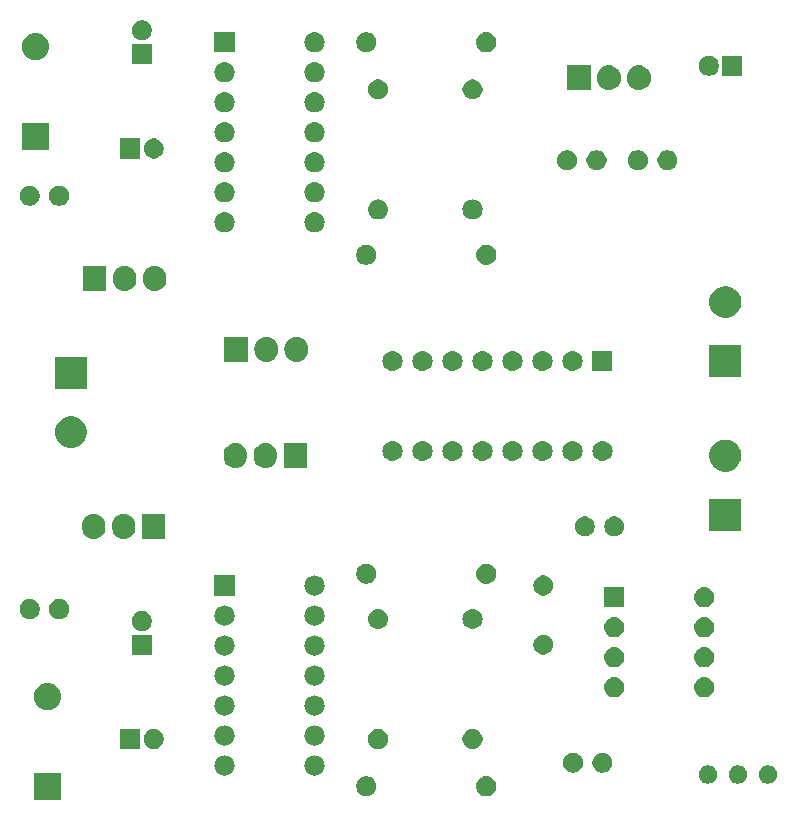
<source format=gbs>
G04 #@! TF.GenerationSoftware,KiCad,Pcbnew,(5.1.2)-2*
G04 #@! TF.CreationDate,2019-09-19T14:38:41-05:00*
G04 #@! TF.ProjectId,PWM-H-Bridge,50574d2d-482d-4427-9269-6467652e6b69,rev?*
G04 #@! TF.SameCoordinates,Original*
G04 #@! TF.FileFunction,Soldermask,Bot*
G04 #@! TF.FilePolarity,Negative*
%FSLAX46Y46*%
G04 Gerber Fmt 4.6, Leading zero omitted, Abs format (unit mm)*
G04 Created by KiCad (PCBNEW (5.1.2)-2) date 2019-09-19 14:38:41*
%MOMM*%
%LPD*%
G04 APERTURE LIST*
%ADD10C,0.100000*%
G04 APERTURE END LIST*
D10*
G36*
X47151000Y-119151000D02*
G01*
X44849000Y-119151000D01*
X44849000Y-116849000D01*
X47151000Y-116849000D01*
X47151000Y-119151000D01*
X47151000Y-119151000D01*
G37*
G36*
X83326823Y-117161313D02*
G01*
X83487242Y-117209976D01*
X83554361Y-117245852D01*
X83635078Y-117288996D01*
X83764659Y-117395341D01*
X83871004Y-117524922D01*
X83871005Y-117524924D01*
X83950024Y-117672758D01*
X83998687Y-117833177D01*
X84015117Y-118000000D01*
X83998687Y-118166823D01*
X83950024Y-118327242D01*
X83909477Y-118403100D01*
X83871004Y-118475078D01*
X83764659Y-118604659D01*
X83635078Y-118711004D01*
X83635076Y-118711005D01*
X83487242Y-118790024D01*
X83326823Y-118838687D01*
X83201804Y-118851000D01*
X83118196Y-118851000D01*
X82993177Y-118838687D01*
X82832758Y-118790024D01*
X82684924Y-118711005D01*
X82684922Y-118711004D01*
X82555341Y-118604659D01*
X82448996Y-118475078D01*
X82410523Y-118403100D01*
X82369976Y-118327242D01*
X82321313Y-118166823D01*
X82304883Y-118000000D01*
X82321313Y-117833177D01*
X82369976Y-117672758D01*
X82448995Y-117524924D01*
X82448996Y-117524922D01*
X82555341Y-117395341D01*
X82684922Y-117288996D01*
X82765639Y-117245852D01*
X82832758Y-117209976D01*
X82993177Y-117161313D01*
X83118196Y-117149000D01*
X83201804Y-117149000D01*
X83326823Y-117161313D01*
X83326823Y-117161313D01*
G37*
G36*
X73248228Y-117181703D02*
G01*
X73403100Y-117245853D01*
X73542481Y-117338985D01*
X73661015Y-117457519D01*
X73754147Y-117596900D01*
X73818297Y-117751772D01*
X73851000Y-117916184D01*
X73851000Y-118083816D01*
X73818297Y-118248228D01*
X73754147Y-118403100D01*
X73661015Y-118542481D01*
X73542481Y-118661015D01*
X73403100Y-118754147D01*
X73248228Y-118818297D01*
X73083816Y-118851000D01*
X72916184Y-118851000D01*
X72751772Y-118818297D01*
X72596900Y-118754147D01*
X72457519Y-118661015D01*
X72338985Y-118542481D01*
X72245853Y-118403100D01*
X72181703Y-118248228D01*
X72149000Y-118083816D01*
X72149000Y-117916184D01*
X72181703Y-117751772D01*
X72245853Y-117596900D01*
X72338985Y-117457519D01*
X72457519Y-117338985D01*
X72596900Y-117245853D01*
X72751772Y-117181703D01*
X72916184Y-117149000D01*
X73083816Y-117149000D01*
X73248228Y-117181703D01*
X73248228Y-117181703D01*
G37*
G36*
X107125589Y-116238876D02*
G01*
X107224893Y-116258629D01*
X107365206Y-116316748D01*
X107491484Y-116401125D01*
X107598875Y-116508516D01*
X107683252Y-116634794D01*
X107741371Y-116775107D01*
X107771000Y-116924063D01*
X107771000Y-117075937D01*
X107741371Y-117224893D01*
X107683252Y-117365206D01*
X107598875Y-117491484D01*
X107491484Y-117598875D01*
X107365206Y-117683252D01*
X107224893Y-117741371D01*
X107125589Y-117761124D01*
X107075938Y-117771000D01*
X106924062Y-117771000D01*
X106874411Y-117761124D01*
X106775107Y-117741371D01*
X106634794Y-117683252D01*
X106508516Y-117598875D01*
X106401125Y-117491484D01*
X106316748Y-117365206D01*
X106258629Y-117224893D01*
X106229000Y-117075937D01*
X106229000Y-116924063D01*
X106258629Y-116775107D01*
X106316748Y-116634794D01*
X106401125Y-116508516D01*
X106508516Y-116401125D01*
X106634794Y-116316748D01*
X106775107Y-116258629D01*
X106874411Y-116238876D01*
X106924062Y-116229000D01*
X107075938Y-116229000D01*
X107125589Y-116238876D01*
X107125589Y-116238876D01*
G37*
G36*
X104585589Y-116238876D02*
G01*
X104684893Y-116258629D01*
X104825206Y-116316748D01*
X104951484Y-116401125D01*
X105058875Y-116508516D01*
X105143252Y-116634794D01*
X105201371Y-116775107D01*
X105231000Y-116924063D01*
X105231000Y-117075937D01*
X105201371Y-117224893D01*
X105143252Y-117365206D01*
X105058875Y-117491484D01*
X104951484Y-117598875D01*
X104825206Y-117683252D01*
X104684893Y-117741371D01*
X104585589Y-117761124D01*
X104535938Y-117771000D01*
X104384062Y-117771000D01*
X104334411Y-117761124D01*
X104235107Y-117741371D01*
X104094794Y-117683252D01*
X103968516Y-117598875D01*
X103861125Y-117491484D01*
X103776748Y-117365206D01*
X103718629Y-117224893D01*
X103689000Y-117075937D01*
X103689000Y-116924063D01*
X103718629Y-116775107D01*
X103776748Y-116634794D01*
X103861125Y-116508516D01*
X103968516Y-116401125D01*
X104094794Y-116316748D01*
X104235107Y-116258629D01*
X104334411Y-116238876D01*
X104384062Y-116229000D01*
X104535938Y-116229000D01*
X104585589Y-116238876D01*
X104585589Y-116238876D01*
G37*
G36*
X102045589Y-116238876D02*
G01*
X102144893Y-116258629D01*
X102285206Y-116316748D01*
X102411484Y-116401125D01*
X102518875Y-116508516D01*
X102603252Y-116634794D01*
X102661371Y-116775107D01*
X102691000Y-116924063D01*
X102691000Y-117075937D01*
X102661371Y-117224893D01*
X102603252Y-117365206D01*
X102518875Y-117491484D01*
X102411484Y-117598875D01*
X102285206Y-117683252D01*
X102144893Y-117741371D01*
X102045589Y-117761124D01*
X101995938Y-117771000D01*
X101844062Y-117771000D01*
X101794411Y-117761124D01*
X101695107Y-117741371D01*
X101554794Y-117683252D01*
X101428516Y-117598875D01*
X101321125Y-117491484D01*
X101236748Y-117365206D01*
X101178629Y-117224893D01*
X101149000Y-117075937D01*
X101149000Y-116924063D01*
X101178629Y-116775107D01*
X101236748Y-116634794D01*
X101321125Y-116508516D01*
X101428516Y-116401125D01*
X101554794Y-116316748D01*
X101695107Y-116258629D01*
X101794411Y-116238876D01*
X101844062Y-116229000D01*
X101995938Y-116229000D01*
X102045589Y-116238876D01*
X102045589Y-116238876D01*
G37*
G36*
X68786823Y-115401313D02*
G01*
X68947242Y-115449976D01*
X69079906Y-115520886D01*
X69095078Y-115528996D01*
X69224659Y-115635341D01*
X69331004Y-115764922D01*
X69331005Y-115764924D01*
X69410024Y-115912758D01*
X69458687Y-116073177D01*
X69475117Y-116240000D01*
X69458687Y-116406823D01*
X69410024Y-116567242D01*
X69359901Y-116661015D01*
X69331004Y-116715078D01*
X69224659Y-116844659D01*
X69095078Y-116951004D01*
X69095076Y-116951005D01*
X68947242Y-117030024D01*
X68786823Y-117078687D01*
X68661804Y-117091000D01*
X68578196Y-117091000D01*
X68453177Y-117078687D01*
X68292758Y-117030024D01*
X68144924Y-116951005D01*
X68144922Y-116951004D01*
X68015341Y-116844659D01*
X67908996Y-116715078D01*
X67880099Y-116661015D01*
X67829976Y-116567242D01*
X67781313Y-116406823D01*
X67764883Y-116240000D01*
X67781313Y-116073177D01*
X67829976Y-115912758D01*
X67908995Y-115764924D01*
X67908996Y-115764922D01*
X68015341Y-115635341D01*
X68144922Y-115528996D01*
X68160094Y-115520886D01*
X68292758Y-115449976D01*
X68453177Y-115401313D01*
X68578196Y-115389000D01*
X68661804Y-115389000D01*
X68786823Y-115401313D01*
X68786823Y-115401313D01*
G37*
G36*
X61166823Y-115401313D02*
G01*
X61327242Y-115449976D01*
X61459906Y-115520886D01*
X61475078Y-115528996D01*
X61604659Y-115635341D01*
X61711004Y-115764922D01*
X61711005Y-115764924D01*
X61790024Y-115912758D01*
X61838687Y-116073177D01*
X61855117Y-116240000D01*
X61838687Y-116406823D01*
X61790024Y-116567242D01*
X61739901Y-116661015D01*
X61711004Y-116715078D01*
X61604659Y-116844659D01*
X61475078Y-116951004D01*
X61475076Y-116951005D01*
X61327242Y-117030024D01*
X61166823Y-117078687D01*
X61041804Y-117091000D01*
X60958196Y-117091000D01*
X60833177Y-117078687D01*
X60672758Y-117030024D01*
X60524924Y-116951005D01*
X60524922Y-116951004D01*
X60395341Y-116844659D01*
X60288996Y-116715078D01*
X60260099Y-116661015D01*
X60209976Y-116567242D01*
X60161313Y-116406823D01*
X60144883Y-116240000D01*
X60161313Y-116073177D01*
X60209976Y-115912758D01*
X60288995Y-115764924D01*
X60288996Y-115764922D01*
X60395341Y-115635341D01*
X60524922Y-115528996D01*
X60540094Y-115520886D01*
X60672758Y-115449976D01*
X60833177Y-115401313D01*
X60958196Y-115389000D01*
X61041804Y-115389000D01*
X61166823Y-115401313D01*
X61166823Y-115401313D01*
G37*
G36*
X90748228Y-115181703D02*
G01*
X90903100Y-115245853D01*
X91042481Y-115338985D01*
X91161015Y-115457519D01*
X91254147Y-115596900D01*
X91318297Y-115751772D01*
X91351000Y-115916184D01*
X91351000Y-116083816D01*
X91318297Y-116248228D01*
X91254147Y-116403100D01*
X91161015Y-116542481D01*
X91042481Y-116661015D01*
X90903100Y-116754147D01*
X90748228Y-116818297D01*
X90583816Y-116851000D01*
X90416184Y-116851000D01*
X90251772Y-116818297D01*
X90096900Y-116754147D01*
X89957519Y-116661015D01*
X89838985Y-116542481D01*
X89745853Y-116403100D01*
X89681703Y-116248228D01*
X89649000Y-116083816D01*
X89649000Y-115916184D01*
X89681703Y-115751772D01*
X89745853Y-115596900D01*
X89838985Y-115457519D01*
X89957519Y-115338985D01*
X90096900Y-115245853D01*
X90251772Y-115181703D01*
X90416184Y-115149000D01*
X90583816Y-115149000D01*
X90748228Y-115181703D01*
X90748228Y-115181703D01*
G37*
G36*
X93248228Y-115181703D02*
G01*
X93403100Y-115245853D01*
X93542481Y-115338985D01*
X93661015Y-115457519D01*
X93754147Y-115596900D01*
X93818297Y-115751772D01*
X93851000Y-115916184D01*
X93851000Y-116083816D01*
X93818297Y-116248228D01*
X93754147Y-116403100D01*
X93661015Y-116542481D01*
X93542481Y-116661015D01*
X93403100Y-116754147D01*
X93248228Y-116818297D01*
X93083816Y-116851000D01*
X92916184Y-116851000D01*
X92751772Y-116818297D01*
X92596900Y-116754147D01*
X92457519Y-116661015D01*
X92338985Y-116542481D01*
X92245853Y-116403100D01*
X92181703Y-116248228D01*
X92149000Y-116083816D01*
X92149000Y-115916184D01*
X92181703Y-115751772D01*
X92245853Y-115596900D01*
X92338985Y-115457519D01*
X92457519Y-115338985D01*
X92596900Y-115245853D01*
X92751772Y-115181703D01*
X92916184Y-115149000D01*
X93083816Y-115149000D01*
X93248228Y-115181703D01*
X93248228Y-115181703D01*
G37*
G36*
X82248228Y-113181703D02*
G01*
X82403100Y-113245853D01*
X82542481Y-113338985D01*
X82661015Y-113457519D01*
X82754147Y-113596900D01*
X82818297Y-113751772D01*
X82851000Y-113916184D01*
X82851000Y-114083816D01*
X82818297Y-114248228D01*
X82754147Y-114403100D01*
X82661015Y-114542481D01*
X82542481Y-114661015D01*
X82403100Y-114754147D01*
X82248228Y-114818297D01*
X82083816Y-114851000D01*
X81916184Y-114851000D01*
X81751772Y-114818297D01*
X81596900Y-114754147D01*
X81457519Y-114661015D01*
X81338985Y-114542481D01*
X81245853Y-114403100D01*
X81181703Y-114248228D01*
X81149000Y-114083816D01*
X81149000Y-113916184D01*
X81181703Y-113751772D01*
X81245853Y-113596900D01*
X81338985Y-113457519D01*
X81457519Y-113338985D01*
X81596900Y-113245853D01*
X81751772Y-113181703D01*
X81916184Y-113149000D01*
X82083816Y-113149000D01*
X82248228Y-113181703D01*
X82248228Y-113181703D01*
G37*
G36*
X74248228Y-113181703D02*
G01*
X74403100Y-113245853D01*
X74542481Y-113338985D01*
X74661015Y-113457519D01*
X74754147Y-113596900D01*
X74818297Y-113751772D01*
X74851000Y-113916184D01*
X74851000Y-114083816D01*
X74818297Y-114248228D01*
X74754147Y-114403100D01*
X74661015Y-114542481D01*
X74542481Y-114661015D01*
X74403100Y-114754147D01*
X74248228Y-114818297D01*
X74083816Y-114851000D01*
X73916184Y-114851000D01*
X73751772Y-114818297D01*
X73596900Y-114754147D01*
X73457519Y-114661015D01*
X73338985Y-114542481D01*
X73245853Y-114403100D01*
X73181703Y-114248228D01*
X73149000Y-114083816D01*
X73149000Y-113916184D01*
X73181703Y-113751772D01*
X73245853Y-113596900D01*
X73338985Y-113457519D01*
X73457519Y-113338985D01*
X73596900Y-113245853D01*
X73751772Y-113181703D01*
X73916184Y-113149000D01*
X74083816Y-113149000D01*
X74248228Y-113181703D01*
X74248228Y-113181703D01*
G37*
G36*
X55248228Y-113181703D02*
G01*
X55403100Y-113245853D01*
X55542481Y-113338985D01*
X55661015Y-113457519D01*
X55754147Y-113596900D01*
X55818297Y-113751772D01*
X55851000Y-113916184D01*
X55851000Y-114083816D01*
X55818297Y-114248228D01*
X55754147Y-114403100D01*
X55661015Y-114542481D01*
X55542481Y-114661015D01*
X55403100Y-114754147D01*
X55248228Y-114818297D01*
X55083816Y-114851000D01*
X54916184Y-114851000D01*
X54751772Y-114818297D01*
X54596900Y-114754147D01*
X54457519Y-114661015D01*
X54338985Y-114542481D01*
X54245853Y-114403100D01*
X54181703Y-114248228D01*
X54149000Y-114083816D01*
X54149000Y-113916184D01*
X54181703Y-113751772D01*
X54245853Y-113596900D01*
X54338985Y-113457519D01*
X54457519Y-113338985D01*
X54596900Y-113245853D01*
X54751772Y-113181703D01*
X54916184Y-113149000D01*
X55083816Y-113149000D01*
X55248228Y-113181703D01*
X55248228Y-113181703D01*
G37*
G36*
X53851000Y-114851000D02*
G01*
X52149000Y-114851000D01*
X52149000Y-113149000D01*
X53851000Y-113149000D01*
X53851000Y-114851000D01*
X53851000Y-114851000D01*
G37*
G36*
X61166823Y-112861313D02*
G01*
X61327242Y-112909976D01*
X61459906Y-112980886D01*
X61475078Y-112988996D01*
X61604659Y-113095341D01*
X61711004Y-113224922D01*
X61711005Y-113224924D01*
X61790024Y-113372758D01*
X61838687Y-113533177D01*
X61855117Y-113700000D01*
X61838687Y-113866823D01*
X61790024Y-114027242D01*
X61719114Y-114159906D01*
X61711004Y-114175078D01*
X61604659Y-114304659D01*
X61475078Y-114411004D01*
X61475076Y-114411005D01*
X61327242Y-114490024D01*
X61166823Y-114538687D01*
X61041804Y-114551000D01*
X60958196Y-114551000D01*
X60833177Y-114538687D01*
X60672758Y-114490024D01*
X60524924Y-114411005D01*
X60524922Y-114411004D01*
X60395341Y-114304659D01*
X60288996Y-114175078D01*
X60280886Y-114159906D01*
X60209976Y-114027242D01*
X60161313Y-113866823D01*
X60144883Y-113700000D01*
X60161313Y-113533177D01*
X60209976Y-113372758D01*
X60288995Y-113224924D01*
X60288996Y-113224922D01*
X60395341Y-113095341D01*
X60524922Y-112988996D01*
X60540094Y-112980886D01*
X60672758Y-112909976D01*
X60833177Y-112861313D01*
X60958196Y-112849000D01*
X61041804Y-112849000D01*
X61166823Y-112861313D01*
X61166823Y-112861313D01*
G37*
G36*
X68786823Y-112861313D02*
G01*
X68947242Y-112909976D01*
X69079906Y-112980886D01*
X69095078Y-112988996D01*
X69224659Y-113095341D01*
X69331004Y-113224922D01*
X69331005Y-113224924D01*
X69410024Y-113372758D01*
X69458687Y-113533177D01*
X69475117Y-113700000D01*
X69458687Y-113866823D01*
X69410024Y-114027242D01*
X69339114Y-114159906D01*
X69331004Y-114175078D01*
X69224659Y-114304659D01*
X69095078Y-114411004D01*
X69095076Y-114411005D01*
X68947242Y-114490024D01*
X68786823Y-114538687D01*
X68661804Y-114551000D01*
X68578196Y-114551000D01*
X68453177Y-114538687D01*
X68292758Y-114490024D01*
X68144924Y-114411005D01*
X68144922Y-114411004D01*
X68015341Y-114304659D01*
X67908996Y-114175078D01*
X67900886Y-114159906D01*
X67829976Y-114027242D01*
X67781313Y-113866823D01*
X67764883Y-113700000D01*
X67781313Y-113533177D01*
X67829976Y-113372758D01*
X67908995Y-113224924D01*
X67908996Y-113224922D01*
X68015341Y-113095341D01*
X68144922Y-112988996D01*
X68160094Y-112980886D01*
X68292758Y-112909976D01*
X68453177Y-112861313D01*
X68578196Y-112849000D01*
X68661804Y-112849000D01*
X68786823Y-112861313D01*
X68786823Y-112861313D01*
G37*
G36*
X61166823Y-110321313D02*
G01*
X61327242Y-110369976D01*
X61402166Y-110410024D01*
X61475078Y-110448996D01*
X61604659Y-110555341D01*
X61711004Y-110684922D01*
X61711005Y-110684924D01*
X61790024Y-110832758D01*
X61838687Y-110993177D01*
X61855117Y-111160000D01*
X61838687Y-111326823D01*
X61790024Y-111487242D01*
X61719114Y-111619906D01*
X61711004Y-111635078D01*
X61604659Y-111764659D01*
X61475078Y-111871004D01*
X61475076Y-111871005D01*
X61327242Y-111950024D01*
X61166823Y-111998687D01*
X61041804Y-112011000D01*
X60958196Y-112011000D01*
X60833177Y-111998687D01*
X60672758Y-111950024D01*
X60524924Y-111871005D01*
X60524922Y-111871004D01*
X60395341Y-111764659D01*
X60288996Y-111635078D01*
X60280886Y-111619906D01*
X60209976Y-111487242D01*
X60161313Y-111326823D01*
X60144883Y-111160000D01*
X60161313Y-110993177D01*
X60209976Y-110832758D01*
X60288995Y-110684924D01*
X60288996Y-110684922D01*
X60395341Y-110555341D01*
X60524922Y-110448996D01*
X60597834Y-110410024D01*
X60672758Y-110369976D01*
X60833177Y-110321313D01*
X60958196Y-110309000D01*
X61041804Y-110309000D01*
X61166823Y-110321313D01*
X61166823Y-110321313D01*
G37*
G36*
X68786823Y-110321313D02*
G01*
X68947242Y-110369976D01*
X69022166Y-110410024D01*
X69095078Y-110448996D01*
X69224659Y-110555341D01*
X69331004Y-110684922D01*
X69331005Y-110684924D01*
X69410024Y-110832758D01*
X69458687Y-110993177D01*
X69475117Y-111160000D01*
X69458687Y-111326823D01*
X69410024Y-111487242D01*
X69339114Y-111619906D01*
X69331004Y-111635078D01*
X69224659Y-111764659D01*
X69095078Y-111871004D01*
X69095076Y-111871005D01*
X68947242Y-111950024D01*
X68786823Y-111998687D01*
X68661804Y-112011000D01*
X68578196Y-112011000D01*
X68453177Y-111998687D01*
X68292758Y-111950024D01*
X68144924Y-111871005D01*
X68144922Y-111871004D01*
X68015341Y-111764659D01*
X67908996Y-111635078D01*
X67900886Y-111619906D01*
X67829976Y-111487242D01*
X67781313Y-111326823D01*
X67764883Y-111160000D01*
X67781313Y-110993177D01*
X67829976Y-110832758D01*
X67908995Y-110684924D01*
X67908996Y-110684922D01*
X68015341Y-110555341D01*
X68144922Y-110448996D01*
X68217834Y-110410024D01*
X68292758Y-110369976D01*
X68453177Y-110321313D01*
X68578196Y-110309000D01*
X68661804Y-110309000D01*
X68786823Y-110321313D01*
X68786823Y-110321313D01*
G37*
G36*
X46169271Y-109240103D02*
G01*
X46225635Y-109245654D01*
X46442600Y-109311470D01*
X46442602Y-109311471D01*
X46642555Y-109418347D01*
X46817818Y-109562182D01*
X46961653Y-109737445D01*
X47068529Y-109937398D01*
X47068530Y-109937400D01*
X47134346Y-110154365D01*
X47156569Y-110380000D01*
X47134346Y-110605635D01*
X47110294Y-110684924D01*
X47068529Y-110822602D01*
X46961653Y-111022555D01*
X46817818Y-111197818D01*
X46642555Y-111341653D01*
X46442602Y-111448529D01*
X46442600Y-111448530D01*
X46225635Y-111514346D01*
X46169271Y-111519897D01*
X46056545Y-111531000D01*
X45943455Y-111531000D01*
X45830729Y-111519897D01*
X45774365Y-111514346D01*
X45557400Y-111448530D01*
X45557398Y-111448529D01*
X45357445Y-111341653D01*
X45182182Y-111197818D01*
X45038347Y-111022555D01*
X44931471Y-110822602D01*
X44889707Y-110684924D01*
X44865654Y-110605635D01*
X44843431Y-110380000D01*
X44865654Y-110154365D01*
X44931470Y-109937400D01*
X44931471Y-109937398D01*
X45038347Y-109737445D01*
X45182182Y-109562182D01*
X45357445Y-109418347D01*
X45557398Y-109311471D01*
X45557400Y-109311470D01*
X45774365Y-109245654D01*
X45830729Y-109240103D01*
X45943455Y-109229000D01*
X46056545Y-109229000D01*
X46169271Y-109240103D01*
X46169271Y-109240103D01*
G37*
G36*
X94166823Y-108781313D02*
G01*
X94327242Y-108829976D01*
X94459906Y-108900886D01*
X94475078Y-108908996D01*
X94604659Y-109015341D01*
X94711004Y-109144922D01*
X94711005Y-109144924D01*
X94790024Y-109292758D01*
X94838687Y-109453177D01*
X94855117Y-109620000D01*
X94838687Y-109786823D01*
X94790024Y-109947242D01*
X94719114Y-110079906D01*
X94711004Y-110095078D01*
X94604659Y-110224659D01*
X94475078Y-110331004D01*
X94475076Y-110331005D01*
X94327242Y-110410024D01*
X94166823Y-110458687D01*
X94041804Y-110471000D01*
X93958196Y-110471000D01*
X93833177Y-110458687D01*
X93672758Y-110410024D01*
X93524924Y-110331005D01*
X93524922Y-110331004D01*
X93395341Y-110224659D01*
X93288996Y-110095078D01*
X93280886Y-110079906D01*
X93209976Y-109947242D01*
X93161313Y-109786823D01*
X93144883Y-109620000D01*
X93161313Y-109453177D01*
X93209976Y-109292758D01*
X93288995Y-109144924D01*
X93288996Y-109144922D01*
X93395341Y-109015341D01*
X93524922Y-108908996D01*
X93540094Y-108900886D01*
X93672758Y-108829976D01*
X93833177Y-108781313D01*
X93958196Y-108769000D01*
X94041804Y-108769000D01*
X94166823Y-108781313D01*
X94166823Y-108781313D01*
G37*
G36*
X101786823Y-108781313D02*
G01*
X101947242Y-108829976D01*
X102079906Y-108900886D01*
X102095078Y-108908996D01*
X102224659Y-109015341D01*
X102331004Y-109144922D01*
X102331005Y-109144924D01*
X102410024Y-109292758D01*
X102458687Y-109453177D01*
X102475117Y-109620000D01*
X102458687Y-109786823D01*
X102410024Y-109947242D01*
X102339114Y-110079906D01*
X102331004Y-110095078D01*
X102224659Y-110224659D01*
X102095078Y-110331004D01*
X102095076Y-110331005D01*
X101947242Y-110410024D01*
X101786823Y-110458687D01*
X101661804Y-110471000D01*
X101578196Y-110471000D01*
X101453177Y-110458687D01*
X101292758Y-110410024D01*
X101144924Y-110331005D01*
X101144922Y-110331004D01*
X101015341Y-110224659D01*
X100908996Y-110095078D01*
X100900886Y-110079906D01*
X100829976Y-109947242D01*
X100781313Y-109786823D01*
X100764883Y-109620000D01*
X100781313Y-109453177D01*
X100829976Y-109292758D01*
X100908995Y-109144924D01*
X100908996Y-109144922D01*
X101015341Y-109015341D01*
X101144922Y-108908996D01*
X101160094Y-108900886D01*
X101292758Y-108829976D01*
X101453177Y-108781313D01*
X101578196Y-108769000D01*
X101661804Y-108769000D01*
X101786823Y-108781313D01*
X101786823Y-108781313D01*
G37*
G36*
X68786823Y-107781313D02*
G01*
X68947242Y-107829976D01*
X69022166Y-107870024D01*
X69095078Y-107908996D01*
X69224659Y-108015341D01*
X69331004Y-108144922D01*
X69331005Y-108144924D01*
X69410024Y-108292758D01*
X69458687Y-108453177D01*
X69475117Y-108620000D01*
X69458687Y-108786823D01*
X69410024Y-108947242D01*
X69373624Y-109015341D01*
X69331004Y-109095078D01*
X69224659Y-109224659D01*
X69095078Y-109331004D01*
X69095076Y-109331005D01*
X68947242Y-109410024D01*
X68786823Y-109458687D01*
X68661804Y-109471000D01*
X68578196Y-109471000D01*
X68453177Y-109458687D01*
X68292758Y-109410024D01*
X68144924Y-109331005D01*
X68144922Y-109331004D01*
X68015341Y-109224659D01*
X67908996Y-109095078D01*
X67866376Y-109015341D01*
X67829976Y-108947242D01*
X67781313Y-108786823D01*
X67764883Y-108620000D01*
X67781313Y-108453177D01*
X67829976Y-108292758D01*
X67908995Y-108144924D01*
X67908996Y-108144922D01*
X68015341Y-108015341D01*
X68144922Y-107908996D01*
X68217834Y-107870024D01*
X68292758Y-107829976D01*
X68453177Y-107781313D01*
X68578196Y-107769000D01*
X68661804Y-107769000D01*
X68786823Y-107781313D01*
X68786823Y-107781313D01*
G37*
G36*
X61166823Y-107781313D02*
G01*
X61327242Y-107829976D01*
X61402166Y-107870024D01*
X61475078Y-107908996D01*
X61604659Y-108015341D01*
X61711004Y-108144922D01*
X61711005Y-108144924D01*
X61790024Y-108292758D01*
X61838687Y-108453177D01*
X61855117Y-108620000D01*
X61838687Y-108786823D01*
X61790024Y-108947242D01*
X61753624Y-109015341D01*
X61711004Y-109095078D01*
X61604659Y-109224659D01*
X61475078Y-109331004D01*
X61475076Y-109331005D01*
X61327242Y-109410024D01*
X61166823Y-109458687D01*
X61041804Y-109471000D01*
X60958196Y-109471000D01*
X60833177Y-109458687D01*
X60672758Y-109410024D01*
X60524924Y-109331005D01*
X60524922Y-109331004D01*
X60395341Y-109224659D01*
X60288996Y-109095078D01*
X60246376Y-109015341D01*
X60209976Y-108947242D01*
X60161313Y-108786823D01*
X60144883Y-108620000D01*
X60161313Y-108453177D01*
X60209976Y-108292758D01*
X60288995Y-108144924D01*
X60288996Y-108144922D01*
X60395341Y-108015341D01*
X60524922Y-107908996D01*
X60597834Y-107870024D01*
X60672758Y-107829976D01*
X60833177Y-107781313D01*
X60958196Y-107769000D01*
X61041804Y-107769000D01*
X61166823Y-107781313D01*
X61166823Y-107781313D01*
G37*
G36*
X94166823Y-106241313D02*
G01*
X94327242Y-106289976D01*
X94459906Y-106360886D01*
X94475078Y-106368996D01*
X94604659Y-106475341D01*
X94711004Y-106604922D01*
X94711005Y-106604924D01*
X94790024Y-106752758D01*
X94838687Y-106913177D01*
X94855117Y-107080000D01*
X94838687Y-107246823D01*
X94790024Y-107407242D01*
X94719114Y-107539906D01*
X94711004Y-107555078D01*
X94604659Y-107684659D01*
X94475078Y-107791004D01*
X94475076Y-107791005D01*
X94327242Y-107870024D01*
X94166823Y-107918687D01*
X94041804Y-107931000D01*
X93958196Y-107931000D01*
X93833177Y-107918687D01*
X93672758Y-107870024D01*
X93524924Y-107791005D01*
X93524922Y-107791004D01*
X93395341Y-107684659D01*
X93288996Y-107555078D01*
X93280886Y-107539906D01*
X93209976Y-107407242D01*
X93161313Y-107246823D01*
X93144883Y-107080000D01*
X93161313Y-106913177D01*
X93209976Y-106752758D01*
X93288995Y-106604924D01*
X93288996Y-106604922D01*
X93395341Y-106475341D01*
X93524922Y-106368996D01*
X93540094Y-106360886D01*
X93672758Y-106289976D01*
X93833177Y-106241313D01*
X93958196Y-106229000D01*
X94041804Y-106229000D01*
X94166823Y-106241313D01*
X94166823Y-106241313D01*
G37*
G36*
X101786823Y-106241313D02*
G01*
X101947242Y-106289976D01*
X102079906Y-106360886D01*
X102095078Y-106368996D01*
X102224659Y-106475341D01*
X102331004Y-106604922D01*
X102331005Y-106604924D01*
X102410024Y-106752758D01*
X102458687Y-106913177D01*
X102475117Y-107080000D01*
X102458687Y-107246823D01*
X102410024Y-107407242D01*
X102339114Y-107539906D01*
X102331004Y-107555078D01*
X102224659Y-107684659D01*
X102095078Y-107791004D01*
X102095076Y-107791005D01*
X101947242Y-107870024D01*
X101786823Y-107918687D01*
X101661804Y-107931000D01*
X101578196Y-107931000D01*
X101453177Y-107918687D01*
X101292758Y-107870024D01*
X101144924Y-107791005D01*
X101144922Y-107791004D01*
X101015341Y-107684659D01*
X100908996Y-107555078D01*
X100900886Y-107539906D01*
X100829976Y-107407242D01*
X100781313Y-107246823D01*
X100764883Y-107080000D01*
X100781313Y-106913177D01*
X100829976Y-106752758D01*
X100908995Y-106604924D01*
X100908996Y-106604922D01*
X101015341Y-106475341D01*
X101144922Y-106368996D01*
X101160094Y-106360886D01*
X101292758Y-106289976D01*
X101453177Y-106241313D01*
X101578196Y-106229000D01*
X101661804Y-106229000D01*
X101786823Y-106241313D01*
X101786823Y-106241313D01*
G37*
G36*
X68786823Y-105241313D02*
G01*
X68947242Y-105289976D01*
X69022166Y-105330024D01*
X69095078Y-105368996D01*
X69224659Y-105475341D01*
X69331004Y-105604922D01*
X69331005Y-105604924D01*
X69410024Y-105752758D01*
X69458687Y-105913177D01*
X69475117Y-106080000D01*
X69458687Y-106246823D01*
X69421626Y-106368995D01*
X69411281Y-106403100D01*
X69410024Y-106407242D01*
X69373624Y-106475341D01*
X69331004Y-106555078D01*
X69224659Y-106684659D01*
X69095078Y-106791004D01*
X69095076Y-106791005D01*
X68947242Y-106870024D01*
X68786823Y-106918687D01*
X68661804Y-106931000D01*
X68578196Y-106931000D01*
X68453177Y-106918687D01*
X68292758Y-106870024D01*
X68144924Y-106791005D01*
X68144922Y-106791004D01*
X68015341Y-106684659D01*
X67908996Y-106555078D01*
X67866376Y-106475341D01*
X67829976Y-106407242D01*
X67828720Y-106403100D01*
X67818374Y-106368995D01*
X67781313Y-106246823D01*
X67764883Y-106080000D01*
X67781313Y-105913177D01*
X67829976Y-105752758D01*
X67908995Y-105604924D01*
X67908996Y-105604922D01*
X68015341Y-105475341D01*
X68144922Y-105368996D01*
X68217834Y-105330024D01*
X68292758Y-105289976D01*
X68453177Y-105241313D01*
X68578196Y-105229000D01*
X68661804Y-105229000D01*
X68786823Y-105241313D01*
X68786823Y-105241313D01*
G37*
G36*
X61166823Y-105241313D02*
G01*
X61327242Y-105289976D01*
X61402166Y-105330024D01*
X61475078Y-105368996D01*
X61604659Y-105475341D01*
X61711004Y-105604922D01*
X61711005Y-105604924D01*
X61790024Y-105752758D01*
X61838687Y-105913177D01*
X61855117Y-106080000D01*
X61838687Y-106246823D01*
X61801626Y-106368995D01*
X61791281Y-106403100D01*
X61790024Y-106407242D01*
X61753624Y-106475341D01*
X61711004Y-106555078D01*
X61604659Y-106684659D01*
X61475078Y-106791004D01*
X61475076Y-106791005D01*
X61327242Y-106870024D01*
X61166823Y-106918687D01*
X61041804Y-106931000D01*
X60958196Y-106931000D01*
X60833177Y-106918687D01*
X60672758Y-106870024D01*
X60524924Y-106791005D01*
X60524922Y-106791004D01*
X60395341Y-106684659D01*
X60288996Y-106555078D01*
X60246376Y-106475341D01*
X60209976Y-106407242D01*
X60208720Y-106403100D01*
X60198374Y-106368995D01*
X60161313Y-106246823D01*
X60144883Y-106080000D01*
X60161313Y-105913177D01*
X60209976Y-105752758D01*
X60288995Y-105604924D01*
X60288996Y-105604922D01*
X60395341Y-105475341D01*
X60524922Y-105368996D01*
X60597834Y-105330024D01*
X60672758Y-105289976D01*
X60833177Y-105241313D01*
X60958196Y-105229000D01*
X61041804Y-105229000D01*
X61166823Y-105241313D01*
X61166823Y-105241313D01*
G37*
G36*
X88248228Y-105181703D02*
G01*
X88403100Y-105245853D01*
X88542481Y-105338985D01*
X88661015Y-105457519D01*
X88754147Y-105596900D01*
X88818297Y-105751772D01*
X88851000Y-105916184D01*
X88851000Y-106083816D01*
X88818297Y-106248228D01*
X88754147Y-106403100D01*
X88661015Y-106542481D01*
X88542481Y-106661015D01*
X88403100Y-106754147D01*
X88248228Y-106818297D01*
X88083816Y-106851000D01*
X87916184Y-106851000D01*
X87751772Y-106818297D01*
X87596900Y-106754147D01*
X87457519Y-106661015D01*
X87338985Y-106542481D01*
X87245853Y-106403100D01*
X87181703Y-106248228D01*
X87149000Y-106083816D01*
X87149000Y-105916184D01*
X87181703Y-105751772D01*
X87245853Y-105596900D01*
X87338985Y-105457519D01*
X87457519Y-105338985D01*
X87596900Y-105245853D01*
X87751772Y-105181703D01*
X87916184Y-105149000D01*
X88083816Y-105149000D01*
X88248228Y-105181703D01*
X88248228Y-105181703D01*
G37*
G36*
X54851000Y-106851000D02*
G01*
X53149000Y-106851000D01*
X53149000Y-105149000D01*
X54851000Y-105149000D01*
X54851000Y-106851000D01*
X54851000Y-106851000D01*
G37*
G36*
X94166823Y-103701313D02*
G01*
X94327242Y-103749976D01*
X94455058Y-103818295D01*
X94475078Y-103828996D01*
X94604659Y-103935341D01*
X94711004Y-104064922D01*
X94711005Y-104064924D01*
X94790024Y-104212758D01*
X94838687Y-104373177D01*
X94855117Y-104540000D01*
X94838687Y-104706823D01*
X94790024Y-104867242D01*
X94719114Y-104999906D01*
X94711004Y-105015078D01*
X94604659Y-105144659D01*
X94475078Y-105251004D01*
X94475076Y-105251005D01*
X94327242Y-105330024D01*
X94166823Y-105378687D01*
X94041804Y-105391000D01*
X93958196Y-105391000D01*
X93833177Y-105378687D01*
X93672758Y-105330024D01*
X93524924Y-105251005D01*
X93524922Y-105251004D01*
X93395341Y-105144659D01*
X93288996Y-105015078D01*
X93280886Y-104999906D01*
X93209976Y-104867242D01*
X93161313Y-104706823D01*
X93144883Y-104540000D01*
X93161313Y-104373177D01*
X93209976Y-104212758D01*
X93288995Y-104064924D01*
X93288996Y-104064922D01*
X93395341Y-103935341D01*
X93524922Y-103828996D01*
X93544942Y-103818295D01*
X93672758Y-103749976D01*
X93833177Y-103701313D01*
X93958196Y-103689000D01*
X94041804Y-103689000D01*
X94166823Y-103701313D01*
X94166823Y-103701313D01*
G37*
G36*
X101786823Y-103701313D02*
G01*
X101947242Y-103749976D01*
X102075058Y-103818295D01*
X102095078Y-103828996D01*
X102224659Y-103935341D01*
X102331004Y-104064922D01*
X102331005Y-104064924D01*
X102410024Y-104212758D01*
X102458687Y-104373177D01*
X102475117Y-104540000D01*
X102458687Y-104706823D01*
X102410024Y-104867242D01*
X102339114Y-104999906D01*
X102331004Y-105015078D01*
X102224659Y-105144659D01*
X102095078Y-105251004D01*
X102095076Y-105251005D01*
X101947242Y-105330024D01*
X101786823Y-105378687D01*
X101661804Y-105391000D01*
X101578196Y-105391000D01*
X101453177Y-105378687D01*
X101292758Y-105330024D01*
X101144924Y-105251005D01*
X101144922Y-105251004D01*
X101015341Y-105144659D01*
X100908996Y-105015078D01*
X100900886Y-104999906D01*
X100829976Y-104867242D01*
X100781313Y-104706823D01*
X100764883Y-104540000D01*
X100781313Y-104373177D01*
X100829976Y-104212758D01*
X100908995Y-104064924D01*
X100908996Y-104064922D01*
X101015341Y-103935341D01*
X101144922Y-103828996D01*
X101164942Y-103818295D01*
X101292758Y-103749976D01*
X101453177Y-103701313D01*
X101578196Y-103689000D01*
X101661804Y-103689000D01*
X101786823Y-103701313D01*
X101786823Y-103701313D01*
G37*
G36*
X54248228Y-103181703D02*
G01*
X54403100Y-103245853D01*
X54542481Y-103338985D01*
X54661015Y-103457519D01*
X54754147Y-103596900D01*
X54818297Y-103751772D01*
X54851000Y-103916184D01*
X54851000Y-104083816D01*
X54818297Y-104248228D01*
X54754147Y-104403100D01*
X54661015Y-104542481D01*
X54542481Y-104661015D01*
X54403100Y-104754147D01*
X54248228Y-104818297D01*
X54083816Y-104851000D01*
X53916184Y-104851000D01*
X53751772Y-104818297D01*
X53596900Y-104754147D01*
X53457519Y-104661015D01*
X53338985Y-104542481D01*
X53245853Y-104403100D01*
X53181703Y-104248228D01*
X53149000Y-104083816D01*
X53149000Y-103916184D01*
X53181703Y-103751772D01*
X53245853Y-103596900D01*
X53338985Y-103457519D01*
X53457519Y-103338985D01*
X53596900Y-103245853D01*
X53751772Y-103181703D01*
X53916184Y-103149000D01*
X54083816Y-103149000D01*
X54248228Y-103181703D01*
X54248228Y-103181703D01*
G37*
G36*
X74166823Y-103001313D02*
G01*
X74327242Y-103049976D01*
X74390550Y-103083815D01*
X74475078Y-103128996D01*
X74604659Y-103235341D01*
X74711004Y-103364922D01*
X74711005Y-103364924D01*
X74790024Y-103512758D01*
X74838687Y-103673177D01*
X74855117Y-103840000D01*
X74838687Y-104006823D01*
X74790024Y-104167242D01*
X74719114Y-104299906D01*
X74711004Y-104315078D01*
X74604659Y-104444659D01*
X74475078Y-104551004D01*
X74475076Y-104551005D01*
X74327242Y-104630024D01*
X74166823Y-104678687D01*
X74041804Y-104691000D01*
X73958196Y-104691000D01*
X73833177Y-104678687D01*
X73672758Y-104630024D01*
X73524924Y-104551005D01*
X73524922Y-104551004D01*
X73395341Y-104444659D01*
X73288996Y-104315078D01*
X73280886Y-104299906D01*
X73209976Y-104167242D01*
X73161313Y-104006823D01*
X73144883Y-103840000D01*
X73161313Y-103673177D01*
X73209976Y-103512758D01*
X73288995Y-103364924D01*
X73288996Y-103364922D01*
X73395341Y-103235341D01*
X73524922Y-103128996D01*
X73609450Y-103083815D01*
X73672758Y-103049976D01*
X73833177Y-103001313D01*
X73958196Y-102989000D01*
X74041804Y-102989000D01*
X74166823Y-103001313D01*
X74166823Y-103001313D01*
G37*
G36*
X82166823Y-103001313D02*
G01*
X82327242Y-103049976D01*
X82390550Y-103083815D01*
X82475078Y-103128996D01*
X82604659Y-103235341D01*
X82711004Y-103364922D01*
X82711005Y-103364924D01*
X82790024Y-103512758D01*
X82838687Y-103673177D01*
X82855117Y-103840000D01*
X82838687Y-104006823D01*
X82790024Y-104167242D01*
X82719114Y-104299906D01*
X82711004Y-104315078D01*
X82604659Y-104444659D01*
X82475078Y-104551004D01*
X82475076Y-104551005D01*
X82327242Y-104630024D01*
X82166823Y-104678687D01*
X82041804Y-104691000D01*
X81958196Y-104691000D01*
X81833177Y-104678687D01*
X81672758Y-104630024D01*
X81524924Y-104551005D01*
X81524922Y-104551004D01*
X81395341Y-104444659D01*
X81288996Y-104315078D01*
X81280886Y-104299906D01*
X81209976Y-104167242D01*
X81161313Y-104006823D01*
X81144883Y-103840000D01*
X81161313Y-103673177D01*
X81209976Y-103512758D01*
X81288995Y-103364924D01*
X81288996Y-103364922D01*
X81395341Y-103235341D01*
X81524922Y-103128996D01*
X81609450Y-103083815D01*
X81672758Y-103049976D01*
X81833177Y-103001313D01*
X81958196Y-102989000D01*
X82041804Y-102989000D01*
X82166823Y-103001313D01*
X82166823Y-103001313D01*
G37*
G36*
X61166823Y-102701313D02*
G01*
X61327242Y-102749976D01*
X61402166Y-102790024D01*
X61475078Y-102828996D01*
X61604659Y-102935341D01*
X61711004Y-103064922D01*
X61711005Y-103064924D01*
X61790024Y-103212758D01*
X61838687Y-103373177D01*
X61855117Y-103540000D01*
X61838687Y-103706823D01*
X61790024Y-103867242D01*
X61763864Y-103916184D01*
X61711004Y-104015078D01*
X61604659Y-104144659D01*
X61475078Y-104251004D01*
X61475076Y-104251005D01*
X61327242Y-104330024D01*
X61166823Y-104378687D01*
X61041804Y-104391000D01*
X60958196Y-104391000D01*
X60833177Y-104378687D01*
X60672758Y-104330024D01*
X60524924Y-104251005D01*
X60524922Y-104251004D01*
X60395341Y-104144659D01*
X60288996Y-104015078D01*
X60236136Y-103916184D01*
X60209976Y-103867242D01*
X60161313Y-103706823D01*
X60144883Y-103540000D01*
X60161313Y-103373177D01*
X60209976Y-103212758D01*
X60288995Y-103064924D01*
X60288996Y-103064922D01*
X60395341Y-102935341D01*
X60524922Y-102828996D01*
X60597834Y-102790024D01*
X60672758Y-102749976D01*
X60833177Y-102701313D01*
X60958196Y-102689000D01*
X61041804Y-102689000D01*
X61166823Y-102701313D01*
X61166823Y-102701313D01*
G37*
G36*
X68786823Y-102701313D02*
G01*
X68947242Y-102749976D01*
X69022166Y-102790024D01*
X69095078Y-102828996D01*
X69224659Y-102935341D01*
X69331004Y-103064922D01*
X69331005Y-103064924D01*
X69410024Y-103212758D01*
X69458687Y-103373177D01*
X69475117Y-103540000D01*
X69458687Y-103706823D01*
X69410024Y-103867242D01*
X69383864Y-103916184D01*
X69331004Y-104015078D01*
X69224659Y-104144659D01*
X69095078Y-104251004D01*
X69095076Y-104251005D01*
X68947242Y-104330024D01*
X68786823Y-104378687D01*
X68661804Y-104391000D01*
X68578196Y-104391000D01*
X68453177Y-104378687D01*
X68292758Y-104330024D01*
X68144924Y-104251005D01*
X68144922Y-104251004D01*
X68015341Y-104144659D01*
X67908996Y-104015078D01*
X67856136Y-103916184D01*
X67829976Y-103867242D01*
X67781313Y-103706823D01*
X67764883Y-103540000D01*
X67781313Y-103373177D01*
X67829976Y-103212758D01*
X67908995Y-103064924D01*
X67908996Y-103064922D01*
X68015341Y-102935341D01*
X68144922Y-102828996D01*
X68217834Y-102790024D01*
X68292758Y-102749976D01*
X68453177Y-102701313D01*
X68578196Y-102689000D01*
X68661804Y-102689000D01*
X68786823Y-102701313D01*
X68786823Y-102701313D01*
G37*
G36*
X47248228Y-102181703D02*
G01*
X47403100Y-102245853D01*
X47542481Y-102338985D01*
X47661015Y-102457519D01*
X47754147Y-102596900D01*
X47818297Y-102751772D01*
X47851000Y-102916184D01*
X47851000Y-103083816D01*
X47818297Y-103248228D01*
X47754147Y-103403100D01*
X47661015Y-103542481D01*
X47542481Y-103661015D01*
X47403100Y-103754147D01*
X47248228Y-103818297D01*
X47083816Y-103851000D01*
X46916184Y-103851000D01*
X46751772Y-103818297D01*
X46596900Y-103754147D01*
X46457519Y-103661015D01*
X46338985Y-103542481D01*
X46245853Y-103403100D01*
X46181703Y-103248228D01*
X46149000Y-103083816D01*
X46149000Y-102916184D01*
X46181703Y-102751772D01*
X46245853Y-102596900D01*
X46338985Y-102457519D01*
X46457519Y-102338985D01*
X46596900Y-102245853D01*
X46751772Y-102181703D01*
X46916184Y-102149000D01*
X47083816Y-102149000D01*
X47248228Y-102181703D01*
X47248228Y-102181703D01*
G37*
G36*
X44748228Y-102181703D02*
G01*
X44903100Y-102245853D01*
X45042481Y-102338985D01*
X45161015Y-102457519D01*
X45254147Y-102596900D01*
X45318297Y-102751772D01*
X45351000Y-102916184D01*
X45351000Y-103083816D01*
X45318297Y-103248228D01*
X45254147Y-103403100D01*
X45161015Y-103542481D01*
X45042481Y-103661015D01*
X44903100Y-103754147D01*
X44748228Y-103818297D01*
X44583816Y-103851000D01*
X44416184Y-103851000D01*
X44251772Y-103818297D01*
X44096900Y-103754147D01*
X43957519Y-103661015D01*
X43838985Y-103542481D01*
X43745853Y-103403100D01*
X43681703Y-103248228D01*
X43649000Y-103083816D01*
X43649000Y-102916184D01*
X43681703Y-102751772D01*
X43745853Y-102596900D01*
X43838985Y-102457519D01*
X43957519Y-102338985D01*
X44096900Y-102245853D01*
X44251772Y-102181703D01*
X44416184Y-102149000D01*
X44583816Y-102149000D01*
X44748228Y-102181703D01*
X44748228Y-102181703D01*
G37*
G36*
X101786823Y-101161313D02*
G01*
X101947242Y-101209976D01*
X102018806Y-101248228D01*
X102095078Y-101288996D01*
X102224659Y-101395341D01*
X102331004Y-101524922D01*
X102331005Y-101524924D01*
X102410024Y-101672758D01*
X102458687Y-101833177D01*
X102475117Y-102000000D01*
X102458687Y-102166823D01*
X102410024Y-102327242D01*
X102403747Y-102338985D01*
X102331004Y-102475078D01*
X102224659Y-102604659D01*
X102095078Y-102711004D01*
X102095076Y-102711005D01*
X101947242Y-102790024D01*
X101786823Y-102838687D01*
X101661804Y-102851000D01*
X101578196Y-102851000D01*
X101453177Y-102838687D01*
X101292758Y-102790024D01*
X101144924Y-102711005D01*
X101144922Y-102711004D01*
X101015341Y-102604659D01*
X100908996Y-102475078D01*
X100836253Y-102338985D01*
X100829976Y-102327242D01*
X100781313Y-102166823D01*
X100764883Y-102000000D01*
X100781313Y-101833177D01*
X100829976Y-101672758D01*
X100908995Y-101524924D01*
X100908996Y-101524922D01*
X101015341Y-101395341D01*
X101144922Y-101288996D01*
X101221194Y-101248228D01*
X101292758Y-101209976D01*
X101453177Y-101161313D01*
X101578196Y-101149000D01*
X101661804Y-101149000D01*
X101786823Y-101161313D01*
X101786823Y-101161313D01*
G37*
G36*
X94851000Y-102851000D02*
G01*
X93149000Y-102851000D01*
X93149000Y-101149000D01*
X94851000Y-101149000D01*
X94851000Y-102851000D01*
X94851000Y-102851000D01*
G37*
G36*
X68786823Y-100161313D02*
G01*
X68947242Y-100209976D01*
X69014361Y-100245852D01*
X69095078Y-100288996D01*
X69224659Y-100395341D01*
X69331004Y-100524922D01*
X69331005Y-100524924D01*
X69410024Y-100672758D01*
X69458687Y-100833177D01*
X69475117Y-101000000D01*
X69458687Y-101166823D01*
X69410024Y-101327242D01*
X69369477Y-101403100D01*
X69331004Y-101475078D01*
X69224659Y-101604659D01*
X69095078Y-101711004D01*
X69095076Y-101711005D01*
X68947242Y-101790024D01*
X68786823Y-101838687D01*
X68661804Y-101851000D01*
X68578196Y-101851000D01*
X68453177Y-101838687D01*
X68292758Y-101790024D01*
X68144924Y-101711005D01*
X68144922Y-101711004D01*
X68015341Y-101604659D01*
X67908996Y-101475078D01*
X67870523Y-101403100D01*
X67829976Y-101327242D01*
X67781313Y-101166823D01*
X67764883Y-101000000D01*
X67781313Y-100833177D01*
X67829976Y-100672758D01*
X67908995Y-100524924D01*
X67908996Y-100524922D01*
X68015341Y-100395341D01*
X68144922Y-100288996D01*
X68225639Y-100245852D01*
X68292758Y-100209976D01*
X68453177Y-100161313D01*
X68578196Y-100149000D01*
X68661804Y-100149000D01*
X68786823Y-100161313D01*
X68786823Y-100161313D01*
G37*
G36*
X61851000Y-101851000D02*
G01*
X60149000Y-101851000D01*
X60149000Y-100149000D01*
X61851000Y-100149000D01*
X61851000Y-101851000D01*
X61851000Y-101851000D01*
G37*
G36*
X88248228Y-100181703D02*
G01*
X88403100Y-100245853D01*
X88542481Y-100338985D01*
X88661015Y-100457519D01*
X88754147Y-100596900D01*
X88818297Y-100751772D01*
X88851000Y-100916184D01*
X88851000Y-101083816D01*
X88818297Y-101248228D01*
X88754147Y-101403100D01*
X88661015Y-101542481D01*
X88542481Y-101661015D01*
X88403100Y-101754147D01*
X88248228Y-101818297D01*
X88083816Y-101851000D01*
X87916184Y-101851000D01*
X87751772Y-101818297D01*
X87596900Y-101754147D01*
X87457519Y-101661015D01*
X87338985Y-101542481D01*
X87245853Y-101403100D01*
X87181703Y-101248228D01*
X87149000Y-101083816D01*
X87149000Y-100916184D01*
X87181703Y-100751772D01*
X87245853Y-100596900D01*
X87338985Y-100457519D01*
X87457519Y-100338985D01*
X87596900Y-100245853D01*
X87751772Y-100181703D01*
X87916184Y-100149000D01*
X88083816Y-100149000D01*
X88248228Y-100181703D01*
X88248228Y-100181703D01*
G37*
G36*
X73248228Y-99181703D02*
G01*
X73403100Y-99245853D01*
X73542481Y-99338985D01*
X73661015Y-99457519D01*
X73754147Y-99596900D01*
X73818297Y-99751772D01*
X73851000Y-99916184D01*
X73851000Y-100083816D01*
X73818297Y-100248228D01*
X73754147Y-100403100D01*
X73661015Y-100542481D01*
X73542481Y-100661015D01*
X73403100Y-100754147D01*
X73248228Y-100818297D01*
X73083816Y-100851000D01*
X72916184Y-100851000D01*
X72751772Y-100818297D01*
X72596900Y-100754147D01*
X72457519Y-100661015D01*
X72338985Y-100542481D01*
X72245853Y-100403100D01*
X72181703Y-100248228D01*
X72149000Y-100083816D01*
X72149000Y-99916184D01*
X72181703Y-99751772D01*
X72245853Y-99596900D01*
X72338985Y-99457519D01*
X72457519Y-99338985D01*
X72596900Y-99245853D01*
X72751772Y-99181703D01*
X72916184Y-99149000D01*
X73083816Y-99149000D01*
X73248228Y-99181703D01*
X73248228Y-99181703D01*
G37*
G36*
X83326823Y-99161313D02*
G01*
X83487242Y-99209976D01*
X83554361Y-99245852D01*
X83635078Y-99288996D01*
X83764659Y-99395341D01*
X83871004Y-99524922D01*
X83871005Y-99524924D01*
X83950024Y-99672758D01*
X83998687Y-99833177D01*
X84015117Y-100000000D01*
X83998687Y-100166823D01*
X83950024Y-100327242D01*
X83909477Y-100403100D01*
X83871004Y-100475078D01*
X83764659Y-100604659D01*
X83635078Y-100711004D01*
X83635076Y-100711005D01*
X83487242Y-100790024D01*
X83326823Y-100838687D01*
X83201804Y-100851000D01*
X83118196Y-100851000D01*
X82993177Y-100838687D01*
X82832758Y-100790024D01*
X82684924Y-100711005D01*
X82684922Y-100711004D01*
X82555341Y-100604659D01*
X82448996Y-100475078D01*
X82410523Y-100403100D01*
X82369976Y-100327242D01*
X82321313Y-100166823D01*
X82304883Y-100000000D01*
X82321313Y-99833177D01*
X82369976Y-99672758D01*
X82448995Y-99524924D01*
X82448996Y-99524922D01*
X82555341Y-99395341D01*
X82684922Y-99288996D01*
X82765639Y-99245852D01*
X82832758Y-99209976D01*
X82993177Y-99161313D01*
X83118196Y-99149000D01*
X83201804Y-99149000D01*
X83326823Y-99161313D01*
X83326823Y-99161313D01*
G37*
G36*
X50116720Y-94963520D02*
G01*
X50305881Y-95020901D01*
X50480212Y-95114083D01*
X50633015Y-95239485D01*
X50758417Y-95392288D01*
X50793284Y-95457520D01*
X50851598Y-95566617D01*
X50851599Y-95566620D01*
X50908980Y-95755781D01*
X50923500Y-95903207D01*
X50923500Y-96096794D01*
X50908980Y-96244220D01*
X50851599Y-96433381D01*
X50758417Y-96607712D01*
X50633015Y-96760515D01*
X50480212Y-96885917D01*
X50398333Y-96929682D01*
X50305883Y-96979098D01*
X50305880Y-96979099D01*
X50116719Y-97036480D01*
X49920000Y-97055855D01*
X49723280Y-97036480D01*
X49534119Y-96979099D01*
X49359788Y-96885917D01*
X49206985Y-96760515D01*
X49081583Y-96607712D01*
X49037818Y-96525833D01*
X48988402Y-96433383D01*
X48979215Y-96403097D01*
X48931020Y-96244219D01*
X48916500Y-96096793D01*
X48916500Y-95903206D01*
X48931020Y-95755780D01*
X48988401Y-95566619D01*
X49081583Y-95392288D01*
X49206985Y-95239485D01*
X49359788Y-95114083D01*
X49534120Y-95020901D01*
X49723281Y-94963520D01*
X49920000Y-94944145D01*
X50116720Y-94963520D01*
X50116720Y-94963520D01*
G37*
G36*
X52656720Y-94963520D02*
G01*
X52845881Y-95020901D01*
X53020212Y-95114083D01*
X53173015Y-95239485D01*
X53298417Y-95392288D01*
X53333284Y-95457520D01*
X53391598Y-95566617D01*
X53391599Y-95566620D01*
X53448980Y-95755781D01*
X53463500Y-95903207D01*
X53463500Y-96096794D01*
X53448980Y-96244220D01*
X53391599Y-96433381D01*
X53298417Y-96607712D01*
X53173015Y-96760515D01*
X53020212Y-96885917D01*
X52938333Y-96929682D01*
X52845883Y-96979098D01*
X52845880Y-96979099D01*
X52656719Y-97036480D01*
X52460000Y-97055855D01*
X52263280Y-97036480D01*
X52074119Y-96979099D01*
X51899788Y-96885917D01*
X51746985Y-96760515D01*
X51621583Y-96607712D01*
X51577818Y-96525833D01*
X51528402Y-96433383D01*
X51519215Y-96403097D01*
X51471020Y-96244219D01*
X51456500Y-96096793D01*
X51456500Y-95903206D01*
X51471020Y-95755780D01*
X51528401Y-95566619D01*
X51621583Y-95392288D01*
X51746985Y-95239485D01*
X51899788Y-95114083D01*
X52074120Y-95020901D01*
X52263281Y-94963520D01*
X52460000Y-94944145D01*
X52656720Y-94963520D01*
X52656720Y-94963520D01*
G37*
G36*
X56003500Y-97051000D02*
G01*
X53996500Y-97051000D01*
X53996500Y-94949000D01*
X56003500Y-94949000D01*
X56003500Y-97051000D01*
X56003500Y-97051000D01*
G37*
G36*
X91748228Y-95181703D02*
G01*
X91903100Y-95245853D01*
X92042481Y-95338985D01*
X92161015Y-95457519D01*
X92254147Y-95596900D01*
X92318297Y-95751772D01*
X92351000Y-95916184D01*
X92351000Y-96083816D01*
X92318297Y-96248228D01*
X92254147Y-96403100D01*
X92161015Y-96542481D01*
X92042481Y-96661015D01*
X91903100Y-96754147D01*
X91748228Y-96818297D01*
X91583816Y-96851000D01*
X91416184Y-96851000D01*
X91251772Y-96818297D01*
X91096900Y-96754147D01*
X90957519Y-96661015D01*
X90838985Y-96542481D01*
X90745853Y-96403100D01*
X90681703Y-96248228D01*
X90649000Y-96083816D01*
X90649000Y-95916184D01*
X90681703Y-95751772D01*
X90745853Y-95596900D01*
X90838985Y-95457519D01*
X90957519Y-95338985D01*
X91096900Y-95245853D01*
X91251772Y-95181703D01*
X91416184Y-95149000D01*
X91583816Y-95149000D01*
X91748228Y-95181703D01*
X91748228Y-95181703D01*
G37*
G36*
X94248228Y-95181703D02*
G01*
X94403100Y-95245853D01*
X94542481Y-95338985D01*
X94661015Y-95457519D01*
X94754147Y-95596900D01*
X94818297Y-95751772D01*
X94851000Y-95916184D01*
X94851000Y-96083816D01*
X94818297Y-96248228D01*
X94754147Y-96403100D01*
X94661015Y-96542481D01*
X94542481Y-96661015D01*
X94403100Y-96754147D01*
X94248228Y-96818297D01*
X94083816Y-96851000D01*
X93916184Y-96851000D01*
X93751772Y-96818297D01*
X93596900Y-96754147D01*
X93457519Y-96661015D01*
X93338985Y-96542481D01*
X93245853Y-96403100D01*
X93181703Y-96248228D01*
X93149000Y-96083816D01*
X93149000Y-95916184D01*
X93181703Y-95751772D01*
X93245853Y-95596900D01*
X93338985Y-95457519D01*
X93457519Y-95338985D01*
X93596900Y-95245853D01*
X93751772Y-95181703D01*
X93916184Y-95149000D01*
X94083816Y-95149000D01*
X94248228Y-95181703D01*
X94248228Y-95181703D01*
G37*
G36*
X104751000Y-96351000D02*
G01*
X102049000Y-96351000D01*
X102049000Y-93649000D01*
X104751000Y-93649000D01*
X104751000Y-96351000D01*
X104751000Y-96351000D01*
G37*
G36*
X103794072Y-88700918D02*
G01*
X104039939Y-88802759D01*
X104127418Y-88861211D01*
X104258803Y-88949000D01*
X104261212Y-88950610D01*
X104449390Y-89138788D01*
X104591187Y-89351000D01*
X104597242Y-89360063D01*
X104699082Y-89605928D01*
X104751000Y-89866937D01*
X104751000Y-90133063D01*
X104699082Y-90394072D01*
X104597242Y-90639937D01*
X104449391Y-90861211D01*
X104261211Y-91049391D01*
X104251537Y-91055855D01*
X104039939Y-91197241D01*
X104039938Y-91197242D01*
X104039937Y-91197242D01*
X103794072Y-91299082D01*
X103533063Y-91351000D01*
X103266937Y-91351000D01*
X103005928Y-91299082D01*
X102760063Y-91197242D01*
X102760062Y-91197242D01*
X102760061Y-91197241D01*
X102548463Y-91055855D01*
X102538789Y-91049391D01*
X102350609Y-90861211D01*
X102202758Y-90639937D01*
X102100918Y-90394072D01*
X102049000Y-90133063D01*
X102049000Y-89866937D01*
X102100918Y-89605928D01*
X102202758Y-89360063D01*
X102208814Y-89351000D01*
X102350610Y-89138788D01*
X102538788Y-88950610D01*
X102541198Y-88949000D01*
X102672582Y-88861211D01*
X102760061Y-88802759D01*
X103005928Y-88700918D01*
X103266937Y-88649000D01*
X103533063Y-88649000D01*
X103794072Y-88700918D01*
X103794072Y-88700918D01*
G37*
G36*
X62116720Y-88963520D02*
G01*
X62305881Y-89020901D01*
X62480212Y-89114083D01*
X62633015Y-89239485D01*
X62758417Y-89392288D01*
X62790962Y-89453175D01*
X62851598Y-89566617D01*
X62851599Y-89566620D01*
X62908980Y-89755781D01*
X62923500Y-89903207D01*
X62923500Y-90096794D01*
X62908980Y-90244220D01*
X62851599Y-90433381D01*
X62758417Y-90607712D01*
X62633015Y-90760515D01*
X62480212Y-90885917D01*
X62398333Y-90929682D01*
X62305883Y-90979098D01*
X62305880Y-90979099D01*
X62116719Y-91036480D01*
X61920000Y-91055855D01*
X61723280Y-91036480D01*
X61534119Y-90979099D01*
X61359788Y-90885917D01*
X61206985Y-90760515D01*
X61081583Y-90607712D01*
X61008509Y-90471000D01*
X60988402Y-90433383D01*
X60988401Y-90433380D01*
X60931020Y-90244219D01*
X60916500Y-90096793D01*
X60916500Y-89903206D01*
X60931020Y-89755780D01*
X60988401Y-89566619D01*
X61081583Y-89392288D01*
X61206985Y-89239485D01*
X61359788Y-89114083D01*
X61534120Y-89020901D01*
X61723281Y-88963520D01*
X61920000Y-88944145D01*
X62116720Y-88963520D01*
X62116720Y-88963520D01*
G37*
G36*
X64656720Y-88963520D02*
G01*
X64845881Y-89020901D01*
X65020212Y-89114083D01*
X65173015Y-89239485D01*
X65298417Y-89392288D01*
X65330962Y-89453175D01*
X65391598Y-89566617D01*
X65391599Y-89566620D01*
X65448980Y-89755781D01*
X65463500Y-89903207D01*
X65463500Y-90096794D01*
X65448980Y-90244220D01*
X65391599Y-90433381D01*
X65298417Y-90607712D01*
X65173015Y-90760515D01*
X65020212Y-90885917D01*
X64938333Y-90929682D01*
X64845883Y-90979098D01*
X64845880Y-90979099D01*
X64656719Y-91036480D01*
X64460000Y-91055855D01*
X64263280Y-91036480D01*
X64074119Y-90979099D01*
X63899788Y-90885917D01*
X63746985Y-90760515D01*
X63621583Y-90607712D01*
X63548509Y-90471000D01*
X63528402Y-90433383D01*
X63528401Y-90433380D01*
X63471020Y-90244219D01*
X63456500Y-90096793D01*
X63456500Y-89903206D01*
X63471020Y-89755780D01*
X63528401Y-89566619D01*
X63621583Y-89392288D01*
X63746985Y-89239485D01*
X63899788Y-89114083D01*
X64074120Y-89020901D01*
X64263281Y-88963520D01*
X64460000Y-88944145D01*
X64656720Y-88963520D01*
X64656720Y-88963520D01*
G37*
G36*
X68003500Y-91051000D02*
G01*
X65996500Y-91051000D01*
X65996500Y-88949000D01*
X68003500Y-88949000D01*
X68003500Y-91051000D01*
X68003500Y-91051000D01*
G37*
G36*
X75386823Y-88781313D02*
G01*
X75547242Y-88829976D01*
X75605680Y-88861212D01*
X75695078Y-88908996D01*
X75824659Y-89015341D01*
X75931004Y-89144922D01*
X75931005Y-89144924D01*
X76010024Y-89292758D01*
X76058687Y-89453177D01*
X76075117Y-89620000D01*
X76058687Y-89786823D01*
X76010024Y-89947242D01*
X75939114Y-90079906D01*
X75931004Y-90095078D01*
X75824659Y-90224659D01*
X75695078Y-90331004D01*
X75695076Y-90331005D01*
X75547242Y-90410024D01*
X75386823Y-90458687D01*
X75261804Y-90471000D01*
X75178196Y-90471000D01*
X75053177Y-90458687D01*
X74892758Y-90410024D01*
X74744924Y-90331005D01*
X74744922Y-90331004D01*
X74615341Y-90224659D01*
X74508996Y-90095078D01*
X74500886Y-90079906D01*
X74429976Y-89947242D01*
X74381313Y-89786823D01*
X74364883Y-89620000D01*
X74381313Y-89453177D01*
X74429976Y-89292758D01*
X74508995Y-89144924D01*
X74508996Y-89144922D01*
X74615341Y-89015341D01*
X74744922Y-88908996D01*
X74834320Y-88861212D01*
X74892758Y-88829976D01*
X75053177Y-88781313D01*
X75178196Y-88769000D01*
X75261804Y-88769000D01*
X75386823Y-88781313D01*
X75386823Y-88781313D01*
G37*
G36*
X93166823Y-88781313D02*
G01*
X93327242Y-88829976D01*
X93385680Y-88861212D01*
X93475078Y-88908996D01*
X93604659Y-89015341D01*
X93711004Y-89144922D01*
X93711005Y-89144924D01*
X93790024Y-89292758D01*
X93838687Y-89453177D01*
X93855117Y-89620000D01*
X93838687Y-89786823D01*
X93790024Y-89947242D01*
X93719114Y-90079906D01*
X93711004Y-90095078D01*
X93604659Y-90224659D01*
X93475078Y-90331004D01*
X93475076Y-90331005D01*
X93327242Y-90410024D01*
X93166823Y-90458687D01*
X93041804Y-90471000D01*
X92958196Y-90471000D01*
X92833177Y-90458687D01*
X92672758Y-90410024D01*
X92524924Y-90331005D01*
X92524922Y-90331004D01*
X92395341Y-90224659D01*
X92288996Y-90095078D01*
X92280886Y-90079906D01*
X92209976Y-89947242D01*
X92161313Y-89786823D01*
X92144883Y-89620000D01*
X92161313Y-89453177D01*
X92209976Y-89292758D01*
X92288995Y-89144924D01*
X92288996Y-89144922D01*
X92395341Y-89015341D01*
X92524922Y-88908996D01*
X92614320Y-88861212D01*
X92672758Y-88829976D01*
X92833177Y-88781313D01*
X92958196Y-88769000D01*
X93041804Y-88769000D01*
X93166823Y-88781313D01*
X93166823Y-88781313D01*
G37*
G36*
X80466823Y-88781313D02*
G01*
X80627242Y-88829976D01*
X80685680Y-88861212D01*
X80775078Y-88908996D01*
X80904659Y-89015341D01*
X81011004Y-89144922D01*
X81011005Y-89144924D01*
X81090024Y-89292758D01*
X81138687Y-89453177D01*
X81155117Y-89620000D01*
X81138687Y-89786823D01*
X81090024Y-89947242D01*
X81019114Y-90079906D01*
X81011004Y-90095078D01*
X80904659Y-90224659D01*
X80775078Y-90331004D01*
X80775076Y-90331005D01*
X80627242Y-90410024D01*
X80466823Y-90458687D01*
X80341804Y-90471000D01*
X80258196Y-90471000D01*
X80133177Y-90458687D01*
X79972758Y-90410024D01*
X79824924Y-90331005D01*
X79824922Y-90331004D01*
X79695341Y-90224659D01*
X79588996Y-90095078D01*
X79580886Y-90079906D01*
X79509976Y-89947242D01*
X79461313Y-89786823D01*
X79444883Y-89620000D01*
X79461313Y-89453177D01*
X79509976Y-89292758D01*
X79588995Y-89144924D01*
X79588996Y-89144922D01*
X79695341Y-89015341D01*
X79824922Y-88908996D01*
X79914320Y-88861212D01*
X79972758Y-88829976D01*
X80133177Y-88781313D01*
X80258196Y-88769000D01*
X80341804Y-88769000D01*
X80466823Y-88781313D01*
X80466823Y-88781313D01*
G37*
G36*
X83006823Y-88781313D02*
G01*
X83167242Y-88829976D01*
X83225680Y-88861212D01*
X83315078Y-88908996D01*
X83444659Y-89015341D01*
X83551004Y-89144922D01*
X83551005Y-89144924D01*
X83630024Y-89292758D01*
X83678687Y-89453177D01*
X83695117Y-89620000D01*
X83678687Y-89786823D01*
X83630024Y-89947242D01*
X83559114Y-90079906D01*
X83551004Y-90095078D01*
X83444659Y-90224659D01*
X83315078Y-90331004D01*
X83315076Y-90331005D01*
X83167242Y-90410024D01*
X83006823Y-90458687D01*
X82881804Y-90471000D01*
X82798196Y-90471000D01*
X82673177Y-90458687D01*
X82512758Y-90410024D01*
X82364924Y-90331005D01*
X82364922Y-90331004D01*
X82235341Y-90224659D01*
X82128996Y-90095078D01*
X82120886Y-90079906D01*
X82049976Y-89947242D01*
X82001313Y-89786823D01*
X81984883Y-89620000D01*
X82001313Y-89453177D01*
X82049976Y-89292758D01*
X82128995Y-89144924D01*
X82128996Y-89144922D01*
X82235341Y-89015341D01*
X82364922Y-88908996D01*
X82454320Y-88861212D01*
X82512758Y-88829976D01*
X82673177Y-88781313D01*
X82798196Y-88769000D01*
X82881804Y-88769000D01*
X83006823Y-88781313D01*
X83006823Y-88781313D01*
G37*
G36*
X88086823Y-88781313D02*
G01*
X88247242Y-88829976D01*
X88305680Y-88861212D01*
X88395078Y-88908996D01*
X88524659Y-89015341D01*
X88631004Y-89144922D01*
X88631005Y-89144924D01*
X88710024Y-89292758D01*
X88758687Y-89453177D01*
X88775117Y-89620000D01*
X88758687Y-89786823D01*
X88710024Y-89947242D01*
X88639114Y-90079906D01*
X88631004Y-90095078D01*
X88524659Y-90224659D01*
X88395078Y-90331004D01*
X88395076Y-90331005D01*
X88247242Y-90410024D01*
X88086823Y-90458687D01*
X87961804Y-90471000D01*
X87878196Y-90471000D01*
X87753177Y-90458687D01*
X87592758Y-90410024D01*
X87444924Y-90331005D01*
X87444922Y-90331004D01*
X87315341Y-90224659D01*
X87208996Y-90095078D01*
X87200886Y-90079906D01*
X87129976Y-89947242D01*
X87081313Y-89786823D01*
X87064883Y-89620000D01*
X87081313Y-89453177D01*
X87129976Y-89292758D01*
X87208995Y-89144924D01*
X87208996Y-89144922D01*
X87315341Y-89015341D01*
X87444922Y-88908996D01*
X87534320Y-88861212D01*
X87592758Y-88829976D01*
X87753177Y-88781313D01*
X87878196Y-88769000D01*
X87961804Y-88769000D01*
X88086823Y-88781313D01*
X88086823Y-88781313D01*
G37*
G36*
X85546823Y-88781313D02*
G01*
X85707242Y-88829976D01*
X85765680Y-88861212D01*
X85855078Y-88908996D01*
X85984659Y-89015341D01*
X86091004Y-89144922D01*
X86091005Y-89144924D01*
X86170024Y-89292758D01*
X86218687Y-89453177D01*
X86235117Y-89620000D01*
X86218687Y-89786823D01*
X86170024Y-89947242D01*
X86099114Y-90079906D01*
X86091004Y-90095078D01*
X85984659Y-90224659D01*
X85855078Y-90331004D01*
X85855076Y-90331005D01*
X85707242Y-90410024D01*
X85546823Y-90458687D01*
X85421804Y-90471000D01*
X85338196Y-90471000D01*
X85213177Y-90458687D01*
X85052758Y-90410024D01*
X84904924Y-90331005D01*
X84904922Y-90331004D01*
X84775341Y-90224659D01*
X84668996Y-90095078D01*
X84660886Y-90079906D01*
X84589976Y-89947242D01*
X84541313Y-89786823D01*
X84524883Y-89620000D01*
X84541313Y-89453177D01*
X84589976Y-89292758D01*
X84668995Y-89144924D01*
X84668996Y-89144922D01*
X84775341Y-89015341D01*
X84904922Y-88908996D01*
X84994320Y-88861212D01*
X85052758Y-88829976D01*
X85213177Y-88781313D01*
X85338196Y-88769000D01*
X85421804Y-88769000D01*
X85546823Y-88781313D01*
X85546823Y-88781313D01*
G37*
G36*
X77926823Y-88781313D02*
G01*
X78087242Y-88829976D01*
X78145680Y-88861212D01*
X78235078Y-88908996D01*
X78364659Y-89015341D01*
X78471004Y-89144922D01*
X78471005Y-89144924D01*
X78550024Y-89292758D01*
X78598687Y-89453177D01*
X78615117Y-89620000D01*
X78598687Y-89786823D01*
X78550024Y-89947242D01*
X78479114Y-90079906D01*
X78471004Y-90095078D01*
X78364659Y-90224659D01*
X78235078Y-90331004D01*
X78235076Y-90331005D01*
X78087242Y-90410024D01*
X77926823Y-90458687D01*
X77801804Y-90471000D01*
X77718196Y-90471000D01*
X77593177Y-90458687D01*
X77432758Y-90410024D01*
X77284924Y-90331005D01*
X77284922Y-90331004D01*
X77155341Y-90224659D01*
X77048996Y-90095078D01*
X77040886Y-90079906D01*
X76969976Y-89947242D01*
X76921313Y-89786823D01*
X76904883Y-89620000D01*
X76921313Y-89453177D01*
X76969976Y-89292758D01*
X77048995Y-89144924D01*
X77048996Y-89144922D01*
X77155341Y-89015341D01*
X77284922Y-88908996D01*
X77374320Y-88861212D01*
X77432758Y-88829976D01*
X77593177Y-88781313D01*
X77718196Y-88769000D01*
X77801804Y-88769000D01*
X77926823Y-88781313D01*
X77926823Y-88781313D01*
G37*
G36*
X90626823Y-88781313D02*
G01*
X90787242Y-88829976D01*
X90845680Y-88861212D01*
X90935078Y-88908996D01*
X91064659Y-89015341D01*
X91171004Y-89144922D01*
X91171005Y-89144924D01*
X91250024Y-89292758D01*
X91298687Y-89453177D01*
X91315117Y-89620000D01*
X91298687Y-89786823D01*
X91250024Y-89947242D01*
X91179114Y-90079906D01*
X91171004Y-90095078D01*
X91064659Y-90224659D01*
X90935078Y-90331004D01*
X90935076Y-90331005D01*
X90787242Y-90410024D01*
X90626823Y-90458687D01*
X90501804Y-90471000D01*
X90418196Y-90471000D01*
X90293177Y-90458687D01*
X90132758Y-90410024D01*
X89984924Y-90331005D01*
X89984922Y-90331004D01*
X89855341Y-90224659D01*
X89748996Y-90095078D01*
X89740886Y-90079906D01*
X89669976Y-89947242D01*
X89621313Y-89786823D01*
X89604883Y-89620000D01*
X89621313Y-89453177D01*
X89669976Y-89292758D01*
X89748995Y-89144924D01*
X89748996Y-89144922D01*
X89855341Y-89015341D01*
X89984922Y-88908996D01*
X90074320Y-88861212D01*
X90132758Y-88829976D01*
X90293177Y-88781313D01*
X90418196Y-88769000D01*
X90501804Y-88769000D01*
X90626823Y-88781313D01*
X90626823Y-88781313D01*
G37*
G36*
X48394072Y-86700918D02*
G01*
X48639939Y-86802759D01*
X48861212Y-86950610D01*
X49049390Y-87138788D01*
X49197241Y-87360061D01*
X49299082Y-87605928D01*
X49351000Y-87866938D01*
X49351000Y-88133062D01*
X49299082Y-88394072D01*
X49197241Y-88639939D01*
X49156496Y-88700918D01*
X49070262Y-88829976D01*
X49049390Y-88861212D01*
X48861212Y-89049390D01*
X48639939Y-89197241D01*
X48639938Y-89197242D01*
X48639937Y-89197242D01*
X48394072Y-89299082D01*
X48133063Y-89351000D01*
X47866937Y-89351000D01*
X47605928Y-89299082D01*
X47360063Y-89197242D01*
X47360062Y-89197242D01*
X47360061Y-89197241D01*
X47138788Y-89049390D01*
X46950610Y-88861212D01*
X46929739Y-88829976D01*
X46843504Y-88700918D01*
X46802759Y-88639939D01*
X46700918Y-88394072D01*
X46649000Y-88133062D01*
X46649000Y-87866938D01*
X46700918Y-87605928D01*
X46802759Y-87360061D01*
X46950610Y-87138788D01*
X47138788Y-86950610D01*
X47360061Y-86802759D01*
X47605928Y-86700918D01*
X47866937Y-86649000D01*
X48133063Y-86649000D01*
X48394072Y-86700918D01*
X48394072Y-86700918D01*
G37*
G36*
X49351000Y-84351000D02*
G01*
X46649000Y-84351000D01*
X46649000Y-81649000D01*
X49351000Y-81649000D01*
X49351000Y-84351000D01*
X49351000Y-84351000D01*
G37*
G36*
X104751000Y-83351000D02*
G01*
X102049000Y-83351000D01*
X102049000Y-80649000D01*
X104751000Y-80649000D01*
X104751000Y-83351000D01*
X104751000Y-83351000D01*
G37*
G36*
X88086823Y-81161313D02*
G01*
X88247242Y-81209976D01*
X88379906Y-81280886D01*
X88395078Y-81288996D01*
X88524659Y-81395341D01*
X88631004Y-81524922D01*
X88631005Y-81524924D01*
X88710024Y-81672758D01*
X88758687Y-81833177D01*
X88775117Y-82000000D01*
X88758687Y-82166823D01*
X88710024Y-82327242D01*
X88639114Y-82459906D01*
X88631004Y-82475078D01*
X88524659Y-82604659D01*
X88395078Y-82711004D01*
X88395076Y-82711005D01*
X88247242Y-82790024D01*
X88086823Y-82838687D01*
X87961804Y-82851000D01*
X87878196Y-82851000D01*
X87753177Y-82838687D01*
X87592758Y-82790024D01*
X87444924Y-82711005D01*
X87444922Y-82711004D01*
X87315341Y-82604659D01*
X87208996Y-82475078D01*
X87200886Y-82459906D01*
X87129976Y-82327242D01*
X87081313Y-82166823D01*
X87064883Y-82000000D01*
X87081313Y-81833177D01*
X87129976Y-81672758D01*
X87208995Y-81524924D01*
X87208996Y-81524922D01*
X87315341Y-81395341D01*
X87444922Y-81288996D01*
X87460094Y-81280886D01*
X87592758Y-81209976D01*
X87753177Y-81161313D01*
X87878196Y-81149000D01*
X87961804Y-81149000D01*
X88086823Y-81161313D01*
X88086823Y-81161313D01*
G37*
G36*
X85546823Y-81161313D02*
G01*
X85707242Y-81209976D01*
X85839906Y-81280886D01*
X85855078Y-81288996D01*
X85984659Y-81395341D01*
X86091004Y-81524922D01*
X86091005Y-81524924D01*
X86170024Y-81672758D01*
X86218687Y-81833177D01*
X86235117Y-82000000D01*
X86218687Y-82166823D01*
X86170024Y-82327242D01*
X86099114Y-82459906D01*
X86091004Y-82475078D01*
X85984659Y-82604659D01*
X85855078Y-82711004D01*
X85855076Y-82711005D01*
X85707242Y-82790024D01*
X85546823Y-82838687D01*
X85421804Y-82851000D01*
X85338196Y-82851000D01*
X85213177Y-82838687D01*
X85052758Y-82790024D01*
X84904924Y-82711005D01*
X84904922Y-82711004D01*
X84775341Y-82604659D01*
X84668996Y-82475078D01*
X84660886Y-82459906D01*
X84589976Y-82327242D01*
X84541313Y-82166823D01*
X84524883Y-82000000D01*
X84541313Y-81833177D01*
X84589976Y-81672758D01*
X84668995Y-81524924D01*
X84668996Y-81524922D01*
X84775341Y-81395341D01*
X84904922Y-81288996D01*
X84920094Y-81280886D01*
X85052758Y-81209976D01*
X85213177Y-81161313D01*
X85338196Y-81149000D01*
X85421804Y-81149000D01*
X85546823Y-81161313D01*
X85546823Y-81161313D01*
G37*
G36*
X90626823Y-81161313D02*
G01*
X90787242Y-81209976D01*
X90919906Y-81280886D01*
X90935078Y-81288996D01*
X91064659Y-81395341D01*
X91171004Y-81524922D01*
X91171005Y-81524924D01*
X91250024Y-81672758D01*
X91298687Y-81833177D01*
X91315117Y-82000000D01*
X91298687Y-82166823D01*
X91250024Y-82327242D01*
X91179114Y-82459906D01*
X91171004Y-82475078D01*
X91064659Y-82604659D01*
X90935078Y-82711004D01*
X90935076Y-82711005D01*
X90787242Y-82790024D01*
X90626823Y-82838687D01*
X90501804Y-82851000D01*
X90418196Y-82851000D01*
X90293177Y-82838687D01*
X90132758Y-82790024D01*
X89984924Y-82711005D01*
X89984922Y-82711004D01*
X89855341Y-82604659D01*
X89748996Y-82475078D01*
X89740886Y-82459906D01*
X89669976Y-82327242D01*
X89621313Y-82166823D01*
X89604883Y-82000000D01*
X89621313Y-81833177D01*
X89669976Y-81672758D01*
X89748995Y-81524924D01*
X89748996Y-81524922D01*
X89855341Y-81395341D01*
X89984922Y-81288996D01*
X90000094Y-81280886D01*
X90132758Y-81209976D01*
X90293177Y-81161313D01*
X90418196Y-81149000D01*
X90501804Y-81149000D01*
X90626823Y-81161313D01*
X90626823Y-81161313D01*
G37*
G36*
X83006823Y-81161313D02*
G01*
X83167242Y-81209976D01*
X83299906Y-81280886D01*
X83315078Y-81288996D01*
X83444659Y-81395341D01*
X83551004Y-81524922D01*
X83551005Y-81524924D01*
X83630024Y-81672758D01*
X83678687Y-81833177D01*
X83695117Y-82000000D01*
X83678687Y-82166823D01*
X83630024Y-82327242D01*
X83559114Y-82459906D01*
X83551004Y-82475078D01*
X83444659Y-82604659D01*
X83315078Y-82711004D01*
X83315076Y-82711005D01*
X83167242Y-82790024D01*
X83006823Y-82838687D01*
X82881804Y-82851000D01*
X82798196Y-82851000D01*
X82673177Y-82838687D01*
X82512758Y-82790024D01*
X82364924Y-82711005D01*
X82364922Y-82711004D01*
X82235341Y-82604659D01*
X82128996Y-82475078D01*
X82120886Y-82459906D01*
X82049976Y-82327242D01*
X82001313Y-82166823D01*
X81984883Y-82000000D01*
X82001313Y-81833177D01*
X82049976Y-81672758D01*
X82128995Y-81524924D01*
X82128996Y-81524922D01*
X82235341Y-81395341D01*
X82364922Y-81288996D01*
X82380094Y-81280886D01*
X82512758Y-81209976D01*
X82673177Y-81161313D01*
X82798196Y-81149000D01*
X82881804Y-81149000D01*
X83006823Y-81161313D01*
X83006823Y-81161313D01*
G37*
G36*
X80466823Y-81161313D02*
G01*
X80627242Y-81209976D01*
X80759906Y-81280886D01*
X80775078Y-81288996D01*
X80904659Y-81395341D01*
X81011004Y-81524922D01*
X81011005Y-81524924D01*
X81090024Y-81672758D01*
X81138687Y-81833177D01*
X81155117Y-82000000D01*
X81138687Y-82166823D01*
X81090024Y-82327242D01*
X81019114Y-82459906D01*
X81011004Y-82475078D01*
X80904659Y-82604659D01*
X80775078Y-82711004D01*
X80775076Y-82711005D01*
X80627242Y-82790024D01*
X80466823Y-82838687D01*
X80341804Y-82851000D01*
X80258196Y-82851000D01*
X80133177Y-82838687D01*
X79972758Y-82790024D01*
X79824924Y-82711005D01*
X79824922Y-82711004D01*
X79695341Y-82604659D01*
X79588996Y-82475078D01*
X79580886Y-82459906D01*
X79509976Y-82327242D01*
X79461313Y-82166823D01*
X79444883Y-82000000D01*
X79461313Y-81833177D01*
X79509976Y-81672758D01*
X79588995Y-81524924D01*
X79588996Y-81524922D01*
X79695341Y-81395341D01*
X79824922Y-81288996D01*
X79840094Y-81280886D01*
X79972758Y-81209976D01*
X80133177Y-81161313D01*
X80258196Y-81149000D01*
X80341804Y-81149000D01*
X80466823Y-81161313D01*
X80466823Y-81161313D01*
G37*
G36*
X75386823Y-81161313D02*
G01*
X75547242Y-81209976D01*
X75679906Y-81280886D01*
X75695078Y-81288996D01*
X75824659Y-81395341D01*
X75931004Y-81524922D01*
X75931005Y-81524924D01*
X76010024Y-81672758D01*
X76058687Y-81833177D01*
X76075117Y-82000000D01*
X76058687Y-82166823D01*
X76010024Y-82327242D01*
X75939114Y-82459906D01*
X75931004Y-82475078D01*
X75824659Y-82604659D01*
X75695078Y-82711004D01*
X75695076Y-82711005D01*
X75547242Y-82790024D01*
X75386823Y-82838687D01*
X75261804Y-82851000D01*
X75178196Y-82851000D01*
X75053177Y-82838687D01*
X74892758Y-82790024D01*
X74744924Y-82711005D01*
X74744922Y-82711004D01*
X74615341Y-82604659D01*
X74508996Y-82475078D01*
X74500886Y-82459906D01*
X74429976Y-82327242D01*
X74381313Y-82166823D01*
X74364883Y-82000000D01*
X74381313Y-81833177D01*
X74429976Y-81672758D01*
X74508995Y-81524924D01*
X74508996Y-81524922D01*
X74615341Y-81395341D01*
X74744922Y-81288996D01*
X74760094Y-81280886D01*
X74892758Y-81209976D01*
X75053177Y-81161313D01*
X75178196Y-81149000D01*
X75261804Y-81149000D01*
X75386823Y-81161313D01*
X75386823Y-81161313D01*
G37*
G36*
X77926823Y-81161313D02*
G01*
X78087242Y-81209976D01*
X78219906Y-81280886D01*
X78235078Y-81288996D01*
X78364659Y-81395341D01*
X78471004Y-81524922D01*
X78471005Y-81524924D01*
X78550024Y-81672758D01*
X78598687Y-81833177D01*
X78615117Y-82000000D01*
X78598687Y-82166823D01*
X78550024Y-82327242D01*
X78479114Y-82459906D01*
X78471004Y-82475078D01*
X78364659Y-82604659D01*
X78235078Y-82711004D01*
X78235076Y-82711005D01*
X78087242Y-82790024D01*
X77926823Y-82838687D01*
X77801804Y-82851000D01*
X77718196Y-82851000D01*
X77593177Y-82838687D01*
X77432758Y-82790024D01*
X77284924Y-82711005D01*
X77284922Y-82711004D01*
X77155341Y-82604659D01*
X77048996Y-82475078D01*
X77040886Y-82459906D01*
X76969976Y-82327242D01*
X76921313Y-82166823D01*
X76904883Y-82000000D01*
X76921313Y-81833177D01*
X76969976Y-81672758D01*
X77048995Y-81524924D01*
X77048996Y-81524922D01*
X77155341Y-81395341D01*
X77284922Y-81288996D01*
X77300094Y-81280886D01*
X77432758Y-81209976D01*
X77593177Y-81161313D01*
X77718196Y-81149000D01*
X77801804Y-81149000D01*
X77926823Y-81161313D01*
X77926823Y-81161313D01*
G37*
G36*
X93851000Y-82851000D02*
G01*
X92149000Y-82851000D01*
X92149000Y-81149000D01*
X93851000Y-81149000D01*
X93851000Y-82851000D01*
X93851000Y-82851000D01*
G37*
G36*
X64736719Y-79963520D02*
G01*
X64925880Y-80020901D01*
X64925883Y-80020902D01*
X65018333Y-80070318D01*
X65100212Y-80114083D01*
X65253015Y-80239485D01*
X65378417Y-80392288D01*
X65471599Y-80566619D01*
X65528980Y-80755780D01*
X65543500Y-80903206D01*
X65543500Y-81096793D01*
X65528980Y-81244219D01*
X65515397Y-81288995D01*
X65471598Y-81433383D01*
X65422669Y-81524922D01*
X65378417Y-81607712D01*
X65253015Y-81760515D01*
X65100212Y-81885917D01*
X64925881Y-81979099D01*
X64736720Y-82036480D01*
X64540000Y-82055855D01*
X64343281Y-82036480D01*
X64154120Y-81979099D01*
X63979788Y-81885917D01*
X63826985Y-81760515D01*
X63701583Y-81607712D01*
X63608401Y-81433381D01*
X63551020Y-81244220D01*
X63536500Y-81096794D01*
X63536500Y-80903207D01*
X63551020Y-80755781D01*
X63608401Y-80566620D01*
X63608402Y-80566617D01*
X63657818Y-80474167D01*
X63701583Y-80392288D01*
X63826985Y-80239485D01*
X63979788Y-80114083D01*
X64154119Y-80020901D01*
X64343280Y-79963520D01*
X64540000Y-79944145D01*
X64736719Y-79963520D01*
X64736719Y-79963520D01*
G37*
G36*
X67276719Y-79963520D02*
G01*
X67465880Y-80020901D01*
X67465883Y-80020902D01*
X67558333Y-80070318D01*
X67640212Y-80114083D01*
X67793015Y-80239485D01*
X67918417Y-80392288D01*
X68011599Y-80566619D01*
X68068980Y-80755780D01*
X68083500Y-80903206D01*
X68083500Y-81096793D01*
X68068980Y-81244219D01*
X68055397Y-81288995D01*
X68011598Y-81433383D01*
X67962669Y-81524922D01*
X67918417Y-81607712D01*
X67793015Y-81760515D01*
X67640212Y-81885917D01*
X67465881Y-81979099D01*
X67276720Y-82036480D01*
X67080000Y-82055855D01*
X66883281Y-82036480D01*
X66694120Y-81979099D01*
X66519788Y-81885917D01*
X66366985Y-81760515D01*
X66241583Y-81607712D01*
X66148401Y-81433381D01*
X66091020Y-81244220D01*
X66076500Y-81096794D01*
X66076500Y-80903207D01*
X66091020Y-80755781D01*
X66148401Y-80566620D01*
X66148402Y-80566617D01*
X66197818Y-80474167D01*
X66241583Y-80392288D01*
X66366985Y-80239485D01*
X66519788Y-80114083D01*
X66694119Y-80020901D01*
X66883280Y-79963520D01*
X67080000Y-79944145D01*
X67276719Y-79963520D01*
X67276719Y-79963520D01*
G37*
G36*
X63003500Y-82051000D02*
G01*
X60996500Y-82051000D01*
X60996500Y-79949000D01*
X63003500Y-79949000D01*
X63003500Y-82051000D01*
X63003500Y-82051000D01*
G37*
G36*
X103794072Y-75700918D02*
G01*
X104039939Y-75802759D01*
X104261212Y-75950610D01*
X104449390Y-76138788D01*
X104597241Y-76360061D01*
X104699082Y-76605928D01*
X104751000Y-76866938D01*
X104751000Y-77133062D01*
X104699082Y-77394072D01*
X104597241Y-77639939D01*
X104449390Y-77861212D01*
X104261212Y-78049390D01*
X104039939Y-78197241D01*
X104039938Y-78197242D01*
X104039937Y-78197242D01*
X103794072Y-78299082D01*
X103533063Y-78351000D01*
X103266937Y-78351000D01*
X103005928Y-78299082D01*
X102760063Y-78197242D01*
X102760062Y-78197242D01*
X102760061Y-78197241D01*
X102538788Y-78049390D01*
X102350610Y-77861212D01*
X102202759Y-77639939D01*
X102100918Y-77394072D01*
X102049000Y-77133062D01*
X102049000Y-76866938D01*
X102100918Y-76605928D01*
X102202759Y-76360061D01*
X102350610Y-76138788D01*
X102538788Y-75950610D01*
X102760061Y-75802759D01*
X103005928Y-75700918D01*
X103266937Y-75649000D01*
X103533063Y-75649000D01*
X103794072Y-75700918D01*
X103794072Y-75700918D01*
G37*
G36*
X52736719Y-73963520D02*
G01*
X52925880Y-74020901D01*
X52925883Y-74020902D01*
X53018333Y-74070318D01*
X53100212Y-74114083D01*
X53253015Y-74239485D01*
X53378417Y-74392288D01*
X53471599Y-74566619D01*
X53528980Y-74755780D01*
X53543500Y-74903206D01*
X53543500Y-75096793D01*
X53528980Y-75244219D01*
X53471599Y-75433380D01*
X53471598Y-75433383D01*
X53422182Y-75525833D01*
X53378417Y-75607712D01*
X53253015Y-75760515D01*
X53100212Y-75885917D01*
X52925881Y-75979099D01*
X52736720Y-76036480D01*
X52540000Y-76055855D01*
X52343281Y-76036480D01*
X52154120Y-75979099D01*
X51979788Y-75885917D01*
X51826985Y-75760515D01*
X51701583Y-75607712D01*
X51608401Y-75433381D01*
X51551020Y-75244220D01*
X51536500Y-75096794D01*
X51536500Y-74903207D01*
X51551020Y-74755781D01*
X51608401Y-74566620D01*
X51608402Y-74566617D01*
X51657818Y-74474167D01*
X51701583Y-74392288D01*
X51826985Y-74239485D01*
X51979788Y-74114083D01*
X52154119Y-74020901D01*
X52343280Y-73963520D01*
X52540000Y-73944145D01*
X52736719Y-73963520D01*
X52736719Y-73963520D01*
G37*
G36*
X55276719Y-73963520D02*
G01*
X55465880Y-74020901D01*
X55465883Y-74020902D01*
X55558333Y-74070318D01*
X55640212Y-74114083D01*
X55793015Y-74239485D01*
X55918417Y-74392288D01*
X56011599Y-74566619D01*
X56068980Y-74755780D01*
X56083500Y-74903206D01*
X56083500Y-75096793D01*
X56068980Y-75244219D01*
X56011599Y-75433380D01*
X56011598Y-75433383D01*
X55962182Y-75525833D01*
X55918417Y-75607712D01*
X55793015Y-75760515D01*
X55640212Y-75885917D01*
X55465881Y-75979099D01*
X55276720Y-76036480D01*
X55080000Y-76055855D01*
X54883281Y-76036480D01*
X54694120Y-75979099D01*
X54519788Y-75885917D01*
X54366985Y-75760515D01*
X54241583Y-75607712D01*
X54148401Y-75433381D01*
X54091020Y-75244220D01*
X54076500Y-75096794D01*
X54076500Y-74903207D01*
X54091020Y-74755781D01*
X54148401Y-74566620D01*
X54148402Y-74566617D01*
X54197818Y-74474167D01*
X54241583Y-74392288D01*
X54366985Y-74239485D01*
X54519788Y-74114083D01*
X54694119Y-74020901D01*
X54883280Y-73963520D01*
X55080000Y-73944145D01*
X55276719Y-73963520D01*
X55276719Y-73963520D01*
G37*
G36*
X51003500Y-76051000D02*
G01*
X48996500Y-76051000D01*
X48996500Y-73949000D01*
X51003500Y-73949000D01*
X51003500Y-76051000D01*
X51003500Y-76051000D01*
G37*
G36*
X83326823Y-72161313D02*
G01*
X83487242Y-72209976D01*
X83554361Y-72245852D01*
X83635078Y-72288996D01*
X83764659Y-72395341D01*
X83871004Y-72524922D01*
X83871005Y-72524924D01*
X83950024Y-72672758D01*
X83998687Y-72833177D01*
X84015117Y-73000000D01*
X83998687Y-73166823D01*
X83950024Y-73327242D01*
X83909477Y-73403100D01*
X83871004Y-73475078D01*
X83764659Y-73604659D01*
X83635078Y-73711004D01*
X83635076Y-73711005D01*
X83487242Y-73790024D01*
X83326823Y-73838687D01*
X83201804Y-73851000D01*
X83118196Y-73851000D01*
X82993177Y-73838687D01*
X82832758Y-73790024D01*
X82684924Y-73711005D01*
X82684922Y-73711004D01*
X82555341Y-73604659D01*
X82448996Y-73475078D01*
X82410523Y-73403100D01*
X82369976Y-73327242D01*
X82321313Y-73166823D01*
X82304883Y-73000000D01*
X82321313Y-72833177D01*
X82369976Y-72672758D01*
X82448995Y-72524924D01*
X82448996Y-72524922D01*
X82555341Y-72395341D01*
X82684922Y-72288996D01*
X82765639Y-72245852D01*
X82832758Y-72209976D01*
X82993177Y-72161313D01*
X83118196Y-72149000D01*
X83201804Y-72149000D01*
X83326823Y-72161313D01*
X83326823Y-72161313D01*
G37*
G36*
X73248228Y-72181703D02*
G01*
X73403100Y-72245853D01*
X73542481Y-72338985D01*
X73661015Y-72457519D01*
X73754147Y-72596900D01*
X73818297Y-72751772D01*
X73851000Y-72916184D01*
X73851000Y-73083816D01*
X73818297Y-73248228D01*
X73754147Y-73403100D01*
X73661015Y-73542481D01*
X73542481Y-73661015D01*
X73403100Y-73754147D01*
X73248228Y-73818297D01*
X73083816Y-73851000D01*
X72916184Y-73851000D01*
X72751772Y-73818297D01*
X72596900Y-73754147D01*
X72457519Y-73661015D01*
X72338985Y-73542481D01*
X72245853Y-73403100D01*
X72181703Y-73248228D01*
X72149000Y-73083816D01*
X72149000Y-72916184D01*
X72181703Y-72751772D01*
X72245853Y-72596900D01*
X72338985Y-72457519D01*
X72457519Y-72338985D01*
X72596900Y-72245853D01*
X72751772Y-72181703D01*
X72916184Y-72149000D01*
X73083816Y-72149000D01*
X73248228Y-72181703D01*
X73248228Y-72181703D01*
G37*
G36*
X61166823Y-69401313D02*
G01*
X61327242Y-69449976D01*
X61459906Y-69520886D01*
X61475078Y-69528996D01*
X61604659Y-69635341D01*
X61711004Y-69764922D01*
X61711005Y-69764924D01*
X61790024Y-69912758D01*
X61838687Y-70073177D01*
X61855117Y-70240000D01*
X61838687Y-70406823D01*
X61790024Y-70567242D01*
X61719114Y-70699906D01*
X61711004Y-70715078D01*
X61604659Y-70844659D01*
X61475078Y-70951004D01*
X61475076Y-70951005D01*
X61327242Y-71030024D01*
X61166823Y-71078687D01*
X61041804Y-71091000D01*
X60958196Y-71091000D01*
X60833177Y-71078687D01*
X60672758Y-71030024D01*
X60524924Y-70951005D01*
X60524922Y-70951004D01*
X60395341Y-70844659D01*
X60288996Y-70715078D01*
X60280886Y-70699906D01*
X60209976Y-70567242D01*
X60161313Y-70406823D01*
X60144883Y-70240000D01*
X60161313Y-70073177D01*
X60209976Y-69912758D01*
X60288995Y-69764924D01*
X60288996Y-69764922D01*
X60395341Y-69635341D01*
X60524922Y-69528996D01*
X60540094Y-69520886D01*
X60672758Y-69449976D01*
X60833177Y-69401313D01*
X60958196Y-69389000D01*
X61041804Y-69389000D01*
X61166823Y-69401313D01*
X61166823Y-69401313D01*
G37*
G36*
X68786823Y-69401313D02*
G01*
X68947242Y-69449976D01*
X69079906Y-69520886D01*
X69095078Y-69528996D01*
X69224659Y-69635341D01*
X69331004Y-69764922D01*
X69331005Y-69764924D01*
X69410024Y-69912758D01*
X69458687Y-70073177D01*
X69475117Y-70240000D01*
X69458687Y-70406823D01*
X69410024Y-70567242D01*
X69339114Y-70699906D01*
X69331004Y-70715078D01*
X69224659Y-70844659D01*
X69095078Y-70951004D01*
X69095076Y-70951005D01*
X68947242Y-71030024D01*
X68786823Y-71078687D01*
X68661804Y-71091000D01*
X68578196Y-71091000D01*
X68453177Y-71078687D01*
X68292758Y-71030024D01*
X68144924Y-70951005D01*
X68144922Y-70951004D01*
X68015341Y-70844659D01*
X67908996Y-70715078D01*
X67900886Y-70699906D01*
X67829976Y-70567242D01*
X67781313Y-70406823D01*
X67764883Y-70240000D01*
X67781313Y-70073177D01*
X67829976Y-69912758D01*
X67908995Y-69764924D01*
X67908996Y-69764922D01*
X68015341Y-69635341D01*
X68144922Y-69528996D01*
X68160094Y-69520886D01*
X68292758Y-69449976D01*
X68453177Y-69401313D01*
X68578196Y-69389000D01*
X68661804Y-69389000D01*
X68786823Y-69401313D01*
X68786823Y-69401313D01*
G37*
G36*
X74166823Y-68321313D02*
G01*
X74327242Y-68369976D01*
X74459906Y-68440886D01*
X74475078Y-68448996D01*
X74604659Y-68555341D01*
X74711004Y-68684922D01*
X74711005Y-68684924D01*
X74790024Y-68832758D01*
X74838687Y-68993177D01*
X74855117Y-69160000D01*
X74838687Y-69326823D01*
X74790024Y-69487242D01*
X74767706Y-69528996D01*
X74711004Y-69635078D01*
X74604659Y-69764659D01*
X74475078Y-69871004D01*
X74475076Y-69871005D01*
X74327242Y-69950024D01*
X74166823Y-69998687D01*
X74041804Y-70011000D01*
X73958196Y-70011000D01*
X73833177Y-69998687D01*
X73672758Y-69950024D01*
X73524924Y-69871005D01*
X73524922Y-69871004D01*
X73395341Y-69764659D01*
X73288996Y-69635078D01*
X73232294Y-69528996D01*
X73209976Y-69487242D01*
X73161313Y-69326823D01*
X73144883Y-69160000D01*
X73161313Y-68993177D01*
X73209976Y-68832758D01*
X73288995Y-68684924D01*
X73288996Y-68684922D01*
X73395341Y-68555341D01*
X73524922Y-68448996D01*
X73540094Y-68440886D01*
X73672758Y-68369976D01*
X73833177Y-68321313D01*
X73958196Y-68309000D01*
X74041804Y-68309000D01*
X74166823Y-68321313D01*
X74166823Y-68321313D01*
G37*
G36*
X82166823Y-68321313D02*
G01*
X82327242Y-68369976D01*
X82459906Y-68440886D01*
X82475078Y-68448996D01*
X82604659Y-68555341D01*
X82711004Y-68684922D01*
X82711005Y-68684924D01*
X82790024Y-68832758D01*
X82838687Y-68993177D01*
X82855117Y-69160000D01*
X82838687Y-69326823D01*
X82790024Y-69487242D01*
X82767706Y-69528996D01*
X82711004Y-69635078D01*
X82604659Y-69764659D01*
X82475078Y-69871004D01*
X82475076Y-69871005D01*
X82327242Y-69950024D01*
X82166823Y-69998687D01*
X82041804Y-70011000D01*
X81958196Y-70011000D01*
X81833177Y-69998687D01*
X81672758Y-69950024D01*
X81524924Y-69871005D01*
X81524922Y-69871004D01*
X81395341Y-69764659D01*
X81288996Y-69635078D01*
X81232294Y-69528996D01*
X81209976Y-69487242D01*
X81161313Y-69326823D01*
X81144883Y-69160000D01*
X81161313Y-68993177D01*
X81209976Y-68832758D01*
X81288995Y-68684924D01*
X81288996Y-68684922D01*
X81395341Y-68555341D01*
X81524922Y-68448996D01*
X81540094Y-68440886D01*
X81672758Y-68369976D01*
X81833177Y-68321313D01*
X81958196Y-68309000D01*
X82041804Y-68309000D01*
X82166823Y-68321313D01*
X82166823Y-68321313D01*
G37*
G36*
X44748228Y-67181703D02*
G01*
X44903100Y-67245853D01*
X45042481Y-67338985D01*
X45161015Y-67457519D01*
X45254147Y-67596900D01*
X45318297Y-67751772D01*
X45351000Y-67916184D01*
X45351000Y-68083816D01*
X45318297Y-68248228D01*
X45254147Y-68403100D01*
X45161015Y-68542481D01*
X45042481Y-68661015D01*
X44903100Y-68754147D01*
X44748228Y-68818297D01*
X44583816Y-68851000D01*
X44416184Y-68851000D01*
X44251772Y-68818297D01*
X44096900Y-68754147D01*
X43957519Y-68661015D01*
X43838985Y-68542481D01*
X43745853Y-68403100D01*
X43681703Y-68248228D01*
X43649000Y-68083816D01*
X43649000Y-67916184D01*
X43681703Y-67751772D01*
X43745853Y-67596900D01*
X43838985Y-67457519D01*
X43957519Y-67338985D01*
X44096900Y-67245853D01*
X44251772Y-67181703D01*
X44416184Y-67149000D01*
X44583816Y-67149000D01*
X44748228Y-67181703D01*
X44748228Y-67181703D01*
G37*
G36*
X47248228Y-67181703D02*
G01*
X47403100Y-67245853D01*
X47542481Y-67338985D01*
X47661015Y-67457519D01*
X47754147Y-67596900D01*
X47818297Y-67751772D01*
X47851000Y-67916184D01*
X47851000Y-68083816D01*
X47818297Y-68248228D01*
X47754147Y-68403100D01*
X47661015Y-68542481D01*
X47542481Y-68661015D01*
X47403100Y-68754147D01*
X47248228Y-68818297D01*
X47083816Y-68851000D01*
X46916184Y-68851000D01*
X46751772Y-68818297D01*
X46596900Y-68754147D01*
X46457519Y-68661015D01*
X46338985Y-68542481D01*
X46245853Y-68403100D01*
X46181703Y-68248228D01*
X46149000Y-68083816D01*
X46149000Y-67916184D01*
X46181703Y-67751772D01*
X46245853Y-67596900D01*
X46338985Y-67457519D01*
X46457519Y-67338985D01*
X46596900Y-67245853D01*
X46751772Y-67181703D01*
X46916184Y-67149000D01*
X47083816Y-67149000D01*
X47248228Y-67181703D01*
X47248228Y-67181703D01*
G37*
G36*
X68786823Y-66861313D02*
G01*
X68947242Y-66909976D01*
X69079906Y-66980886D01*
X69095078Y-66988996D01*
X69224659Y-67095341D01*
X69331004Y-67224922D01*
X69331005Y-67224924D01*
X69410024Y-67372758D01*
X69458687Y-67533177D01*
X69475117Y-67700000D01*
X69458687Y-67866823D01*
X69410024Y-68027242D01*
X69339114Y-68159906D01*
X69331004Y-68175078D01*
X69224659Y-68304659D01*
X69095078Y-68411004D01*
X69095076Y-68411005D01*
X68947242Y-68490024D01*
X68786823Y-68538687D01*
X68661804Y-68551000D01*
X68578196Y-68551000D01*
X68453177Y-68538687D01*
X68292758Y-68490024D01*
X68144924Y-68411005D01*
X68144922Y-68411004D01*
X68015341Y-68304659D01*
X67908996Y-68175078D01*
X67900886Y-68159906D01*
X67829976Y-68027242D01*
X67781313Y-67866823D01*
X67764883Y-67700000D01*
X67781313Y-67533177D01*
X67829976Y-67372758D01*
X67908995Y-67224924D01*
X67908996Y-67224922D01*
X68015341Y-67095341D01*
X68144922Y-66988996D01*
X68160094Y-66980886D01*
X68292758Y-66909976D01*
X68453177Y-66861313D01*
X68578196Y-66849000D01*
X68661804Y-66849000D01*
X68786823Y-66861313D01*
X68786823Y-66861313D01*
G37*
G36*
X61166823Y-66861313D02*
G01*
X61327242Y-66909976D01*
X61459906Y-66980886D01*
X61475078Y-66988996D01*
X61604659Y-67095341D01*
X61711004Y-67224922D01*
X61711005Y-67224924D01*
X61790024Y-67372758D01*
X61838687Y-67533177D01*
X61855117Y-67700000D01*
X61838687Y-67866823D01*
X61790024Y-68027242D01*
X61719114Y-68159906D01*
X61711004Y-68175078D01*
X61604659Y-68304659D01*
X61475078Y-68411004D01*
X61475076Y-68411005D01*
X61327242Y-68490024D01*
X61166823Y-68538687D01*
X61041804Y-68551000D01*
X60958196Y-68551000D01*
X60833177Y-68538687D01*
X60672758Y-68490024D01*
X60524924Y-68411005D01*
X60524922Y-68411004D01*
X60395341Y-68304659D01*
X60288996Y-68175078D01*
X60280886Y-68159906D01*
X60209976Y-68027242D01*
X60161313Y-67866823D01*
X60144883Y-67700000D01*
X60161313Y-67533177D01*
X60209976Y-67372758D01*
X60288995Y-67224924D01*
X60288996Y-67224922D01*
X60395341Y-67095341D01*
X60524922Y-66988996D01*
X60540094Y-66980886D01*
X60672758Y-66909976D01*
X60833177Y-66861313D01*
X60958196Y-66849000D01*
X61041804Y-66849000D01*
X61166823Y-66861313D01*
X61166823Y-66861313D01*
G37*
G36*
X61166823Y-64321313D02*
G01*
X61327242Y-64369976D01*
X61459906Y-64440886D01*
X61475078Y-64448996D01*
X61604659Y-64555341D01*
X61711004Y-64684922D01*
X61711005Y-64684924D01*
X61790024Y-64832758D01*
X61838687Y-64993177D01*
X61855117Y-65160000D01*
X61838687Y-65326823D01*
X61790024Y-65487242D01*
X61760498Y-65542481D01*
X61711004Y-65635078D01*
X61604659Y-65764659D01*
X61475078Y-65871004D01*
X61475076Y-65871005D01*
X61327242Y-65950024D01*
X61166823Y-65998687D01*
X61041804Y-66011000D01*
X60958196Y-66011000D01*
X60833177Y-65998687D01*
X60672758Y-65950024D01*
X60524924Y-65871005D01*
X60524922Y-65871004D01*
X60395341Y-65764659D01*
X60288996Y-65635078D01*
X60239502Y-65542481D01*
X60209976Y-65487242D01*
X60161313Y-65326823D01*
X60144883Y-65160000D01*
X60161313Y-64993177D01*
X60209976Y-64832758D01*
X60288995Y-64684924D01*
X60288996Y-64684922D01*
X60395341Y-64555341D01*
X60524922Y-64448996D01*
X60540094Y-64440886D01*
X60672758Y-64369976D01*
X60833177Y-64321313D01*
X60958196Y-64309000D01*
X61041804Y-64309000D01*
X61166823Y-64321313D01*
X61166823Y-64321313D01*
G37*
G36*
X68786823Y-64321313D02*
G01*
X68947242Y-64369976D01*
X69079906Y-64440886D01*
X69095078Y-64448996D01*
X69224659Y-64555341D01*
X69331004Y-64684922D01*
X69331005Y-64684924D01*
X69410024Y-64832758D01*
X69458687Y-64993177D01*
X69475117Y-65160000D01*
X69458687Y-65326823D01*
X69410024Y-65487242D01*
X69380498Y-65542481D01*
X69331004Y-65635078D01*
X69224659Y-65764659D01*
X69095078Y-65871004D01*
X69095076Y-65871005D01*
X68947242Y-65950024D01*
X68786823Y-65998687D01*
X68661804Y-66011000D01*
X68578196Y-66011000D01*
X68453177Y-65998687D01*
X68292758Y-65950024D01*
X68144924Y-65871005D01*
X68144922Y-65871004D01*
X68015341Y-65764659D01*
X67908996Y-65635078D01*
X67859502Y-65542481D01*
X67829976Y-65487242D01*
X67781313Y-65326823D01*
X67764883Y-65160000D01*
X67781313Y-64993177D01*
X67829976Y-64832758D01*
X67908995Y-64684924D01*
X67908996Y-64684922D01*
X68015341Y-64555341D01*
X68144922Y-64448996D01*
X68160094Y-64440886D01*
X68292758Y-64369976D01*
X68453177Y-64321313D01*
X68578196Y-64309000D01*
X68661804Y-64309000D01*
X68786823Y-64321313D01*
X68786823Y-64321313D01*
G37*
G36*
X96248228Y-64181703D02*
G01*
X96403100Y-64245853D01*
X96542481Y-64338985D01*
X96661015Y-64457519D01*
X96754147Y-64596900D01*
X96818297Y-64751772D01*
X96851000Y-64916184D01*
X96851000Y-65083816D01*
X96818297Y-65248228D01*
X96754147Y-65403100D01*
X96661015Y-65542481D01*
X96542481Y-65661015D01*
X96403100Y-65754147D01*
X96248228Y-65818297D01*
X96083816Y-65851000D01*
X95916184Y-65851000D01*
X95751772Y-65818297D01*
X95596900Y-65754147D01*
X95457519Y-65661015D01*
X95338985Y-65542481D01*
X95245853Y-65403100D01*
X95181703Y-65248228D01*
X95149000Y-65083816D01*
X95149000Y-64916184D01*
X95181703Y-64751772D01*
X95245853Y-64596900D01*
X95338985Y-64457519D01*
X95457519Y-64338985D01*
X95596900Y-64245853D01*
X95751772Y-64181703D01*
X95916184Y-64149000D01*
X96083816Y-64149000D01*
X96248228Y-64181703D01*
X96248228Y-64181703D01*
G37*
G36*
X98748228Y-64181703D02*
G01*
X98903100Y-64245853D01*
X99042481Y-64338985D01*
X99161015Y-64457519D01*
X99254147Y-64596900D01*
X99318297Y-64751772D01*
X99351000Y-64916184D01*
X99351000Y-65083816D01*
X99318297Y-65248228D01*
X99254147Y-65403100D01*
X99161015Y-65542481D01*
X99042481Y-65661015D01*
X98903100Y-65754147D01*
X98748228Y-65818297D01*
X98583816Y-65851000D01*
X98416184Y-65851000D01*
X98251772Y-65818297D01*
X98096900Y-65754147D01*
X97957519Y-65661015D01*
X97838985Y-65542481D01*
X97745853Y-65403100D01*
X97681703Y-65248228D01*
X97649000Y-65083816D01*
X97649000Y-64916184D01*
X97681703Y-64751772D01*
X97745853Y-64596900D01*
X97838985Y-64457519D01*
X97957519Y-64338985D01*
X98096900Y-64245853D01*
X98251772Y-64181703D01*
X98416184Y-64149000D01*
X98583816Y-64149000D01*
X98748228Y-64181703D01*
X98748228Y-64181703D01*
G37*
G36*
X90248228Y-64181703D02*
G01*
X90403100Y-64245853D01*
X90542481Y-64338985D01*
X90661015Y-64457519D01*
X90754147Y-64596900D01*
X90818297Y-64751772D01*
X90851000Y-64916184D01*
X90851000Y-65083816D01*
X90818297Y-65248228D01*
X90754147Y-65403100D01*
X90661015Y-65542481D01*
X90542481Y-65661015D01*
X90403100Y-65754147D01*
X90248228Y-65818297D01*
X90083816Y-65851000D01*
X89916184Y-65851000D01*
X89751772Y-65818297D01*
X89596900Y-65754147D01*
X89457519Y-65661015D01*
X89338985Y-65542481D01*
X89245853Y-65403100D01*
X89181703Y-65248228D01*
X89149000Y-65083816D01*
X89149000Y-64916184D01*
X89181703Y-64751772D01*
X89245853Y-64596900D01*
X89338985Y-64457519D01*
X89457519Y-64338985D01*
X89596900Y-64245853D01*
X89751772Y-64181703D01*
X89916184Y-64149000D01*
X90083816Y-64149000D01*
X90248228Y-64181703D01*
X90248228Y-64181703D01*
G37*
G36*
X92748228Y-64181703D02*
G01*
X92903100Y-64245853D01*
X93042481Y-64338985D01*
X93161015Y-64457519D01*
X93254147Y-64596900D01*
X93318297Y-64751772D01*
X93351000Y-64916184D01*
X93351000Y-65083816D01*
X93318297Y-65248228D01*
X93254147Y-65403100D01*
X93161015Y-65542481D01*
X93042481Y-65661015D01*
X92903100Y-65754147D01*
X92748228Y-65818297D01*
X92583816Y-65851000D01*
X92416184Y-65851000D01*
X92251772Y-65818297D01*
X92096900Y-65754147D01*
X91957519Y-65661015D01*
X91838985Y-65542481D01*
X91745853Y-65403100D01*
X91681703Y-65248228D01*
X91649000Y-65083816D01*
X91649000Y-64916184D01*
X91681703Y-64751772D01*
X91745853Y-64596900D01*
X91838985Y-64457519D01*
X91957519Y-64338985D01*
X92096900Y-64245853D01*
X92251772Y-64181703D01*
X92416184Y-64149000D01*
X92583816Y-64149000D01*
X92748228Y-64181703D01*
X92748228Y-64181703D01*
G37*
G36*
X53851000Y-64851000D02*
G01*
X52149000Y-64851000D01*
X52149000Y-63149000D01*
X53851000Y-63149000D01*
X53851000Y-64851000D01*
X53851000Y-64851000D01*
G37*
G36*
X55248228Y-63181703D02*
G01*
X55403100Y-63245853D01*
X55542481Y-63338985D01*
X55661015Y-63457519D01*
X55754147Y-63596900D01*
X55818297Y-63751772D01*
X55851000Y-63916184D01*
X55851000Y-64083816D01*
X55818297Y-64248228D01*
X55754147Y-64403100D01*
X55661015Y-64542481D01*
X55542481Y-64661015D01*
X55403100Y-64754147D01*
X55248228Y-64818297D01*
X55083816Y-64851000D01*
X54916184Y-64851000D01*
X54751772Y-64818297D01*
X54596900Y-64754147D01*
X54457519Y-64661015D01*
X54338985Y-64542481D01*
X54245853Y-64403100D01*
X54181703Y-64248228D01*
X54149000Y-64083816D01*
X54149000Y-63916184D01*
X54181703Y-63751772D01*
X54245853Y-63596900D01*
X54338985Y-63457519D01*
X54457519Y-63338985D01*
X54596900Y-63245853D01*
X54751772Y-63181703D01*
X54916184Y-63149000D01*
X55083816Y-63149000D01*
X55248228Y-63181703D01*
X55248228Y-63181703D01*
G37*
G36*
X46151000Y-64151000D02*
G01*
X43849000Y-64151000D01*
X43849000Y-61849000D01*
X46151000Y-61849000D01*
X46151000Y-64151000D01*
X46151000Y-64151000D01*
G37*
G36*
X61166823Y-61781313D02*
G01*
X61327242Y-61829976D01*
X61362833Y-61849000D01*
X61475078Y-61908996D01*
X61604659Y-62015341D01*
X61711004Y-62144922D01*
X61711005Y-62144924D01*
X61790024Y-62292758D01*
X61838687Y-62453177D01*
X61855117Y-62620000D01*
X61838687Y-62786823D01*
X61790024Y-62947242D01*
X61719114Y-63079906D01*
X61711004Y-63095078D01*
X61604659Y-63224659D01*
X61475078Y-63331004D01*
X61475076Y-63331005D01*
X61327242Y-63410024D01*
X61166823Y-63458687D01*
X61041804Y-63471000D01*
X60958196Y-63471000D01*
X60833177Y-63458687D01*
X60672758Y-63410024D01*
X60524924Y-63331005D01*
X60524922Y-63331004D01*
X60395341Y-63224659D01*
X60288996Y-63095078D01*
X60280886Y-63079906D01*
X60209976Y-62947242D01*
X60161313Y-62786823D01*
X60144883Y-62620000D01*
X60161313Y-62453177D01*
X60209976Y-62292758D01*
X60288995Y-62144924D01*
X60288996Y-62144922D01*
X60395341Y-62015341D01*
X60524922Y-61908996D01*
X60637167Y-61849000D01*
X60672758Y-61829976D01*
X60833177Y-61781313D01*
X60958196Y-61769000D01*
X61041804Y-61769000D01*
X61166823Y-61781313D01*
X61166823Y-61781313D01*
G37*
G36*
X68786823Y-61781313D02*
G01*
X68947242Y-61829976D01*
X68982833Y-61849000D01*
X69095078Y-61908996D01*
X69224659Y-62015341D01*
X69331004Y-62144922D01*
X69331005Y-62144924D01*
X69410024Y-62292758D01*
X69458687Y-62453177D01*
X69475117Y-62620000D01*
X69458687Y-62786823D01*
X69410024Y-62947242D01*
X69339114Y-63079906D01*
X69331004Y-63095078D01*
X69224659Y-63224659D01*
X69095078Y-63331004D01*
X69095076Y-63331005D01*
X68947242Y-63410024D01*
X68786823Y-63458687D01*
X68661804Y-63471000D01*
X68578196Y-63471000D01*
X68453177Y-63458687D01*
X68292758Y-63410024D01*
X68144924Y-63331005D01*
X68144922Y-63331004D01*
X68015341Y-63224659D01*
X67908996Y-63095078D01*
X67900886Y-63079906D01*
X67829976Y-62947242D01*
X67781313Y-62786823D01*
X67764883Y-62620000D01*
X67781313Y-62453177D01*
X67829976Y-62292758D01*
X67908995Y-62144924D01*
X67908996Y-62144922D01*
X68015341Y-62015341D01*
X68144922Y-61908996D01*
X68257167Y-61849000D01*
X68292758Y-61829976D01*
X68453177Y-61781313D01*
X68578196Y-61769000D01*
X68661804Y-61769000D01*
X68786823Y-61781313D01*
X68786823Y-61781313D01*
G37*
G36*
X68786823Y-59241313D02*
G01*
X68947242Y-59289976D01*
X69079906Y-59360886D01*
X69095078Y-59368996D01*
X69224659Y-59475341D01*
X69331004Y-59604922D01*
X69331005Y-59604924D01*
X69410024Y-59752758D01*
X69458687Y-59913177D01*
X69475117Y-60080000D01*
X69458687Y-60246823D01*
X69410024Y-60407242D01*
X69339114Y-60539906D01*
X69331004Y-60555078D01*
X69224659Y-60684659D01*
X69095078Y-60791004D01*
X69095076Y-60791005D01*
X68947242Y-60870024D01*
X68786823Y-60918687D01*
X68661804Y-60931000D01*
X68578196Y-60931000D01*
X68453177Y-60918687D01*
X68292758Y-60870024D01*
X68144924Y-60791005D01*
X68144922Y-60791004D01*
X68015341Y-60684659D01*
X67908996Y-60555078D01*
X67900886Y-60539906D01*
X67829976Y-60407242D01*
X67781313Y-60246823D01*
X67764883Y-60080000D01*
X67781313Y-59913177D01*
X67829976Y-59752758D01*
X67908995Y-59604924D01*
X67908996Y-59604922D01*
X68015341Y-59475341D01*
X68144922Y-59368996D01*
X68160094Y-59360886D01*
X68292758Y-59289976D01*
X68453177Y-59241313D01*
X68578196Y-59229000D01*
X68661804Y-59229000D01*
X68786823Y-59241313D01*
X68786823Y-59241313D01*
G37*
G36*
X61166823Y-59241313D02*
G01*
X61327242Y-59289976D01*
X61459906Y-59360886D01*
X61475078Y-59368996D01*
X61604659Y-59475341D01*
X61711004Y-59604922D01*
X61711005Y-59604924D01*
X61790024Y-59752758D01*
X61838687Y-59913177D01*
X61855117Y-60080000D01*
X61838687Y-60246823D01*
X61790024Y-60407242D01*
X61719114Y-60539906D01*
X61711004Y-60555078D01*
X61604659Y-60684659D01*
X61475078Y-60791004D01*
X61475076Y-60791005D01*
X61327242Y-60870024D01*
X61166823Y-60918687D01*
X61041804Y-60931000D01*
X60958196Y-60931000D01*
X60833177Y-60918687D01*
X60672758Y-60870024D01*
X60524924Y-60791005D01*
X60524922Y-60791004D01*
X60395341Y-60684659D01*
X60288996Y-60555078D01*
X60280886Y-60539906D01*
X60209976Y-60407242D01*
X60161313Y-60246823D01*
X60144883Y-60080000D01*
X60161313Y-59913177D01*
X60209976Y-59752758D01*
X60288995Y-59604924D01*
X60288996Y-59604922D01*
X60395341Y-59475341D01*
X60524922Y-59368996D01*
X60540094Y-59360886D01*
X60672758Y-59289976D01*
X60833177Y-59241313D01*
X60958196Y-59229000D01*
X61041804Y-59229000D01*
X61166823Y-59241313D01*
X61166823Y-59241313D01*
G37*
G36*
X74248228Y-58181703D02*
G01*
X74403100Y-58245853D01*
X74542481Y-58338985D01*
X74661015Y-58457519D01*
X74754147Y-58596900D01*
X74818297Y-58751772D01*
X74851000Y-58916184D01*
X74851000Y-59083816D01*
X74818297Y-59248228D01*
X74754147Y-59403100D01*
X74661015Y-59542481D01*
X74542481Y-59661015D01*
X74403100Y-59754147D01*
X74248228Y-59818297D01*
X74083816Y-59851000D01*
X73916184Y-59851000D01*
X73751772Y-59818297D01*
X73596900Y-59754147D01*
X73457519Y-59661015D01*
X73338985Y-59542481D01*
X73245853Y-59403100D01*
X73181703Y-59248228D01*
X73149000Y-59083816D01*
X73149000Y-58916184D01*
X73181703Y-58751772D01*
X73245853Y-58596900D01*
X73338985Y-58457519D01*
X73457519Y-58338985D01*
X73596900Y-58245853D01*
X73751772Y-58181703D01*
X73916184Y-58149000D01*
X74083816Y-58149000D01*
X74248228Y-58181703D01*
X74248228Y-58181703D01*
G37*
G36*
X82248228Y-58181703D02*
G01*
X82403100Y-58245853D01*
X82542481Y-58338985D01*
X82661015Y-58457519D01*
X82754147Y-58596900D01*
X82818297Y-58751772D01*
X82851000Y-58916184D01*
X82851000Y-59083816D01*
X82818297Y-59248228D01*
X82754147Y-59403100D01*
X82661015Y-59542481D01*
X82542481Y-59661015D01*
X82403100Y-59754147D01*
X82248228Y-59818297D01*
X82083816Y-59851000D01*
X81916184Y-59851000D01*
X81751772Y-59818297D01*
X81596900Y-59754147D01*
X81457519Y-59661015D01*
X81338985Y-59542481D01*
X81245853Y-59403100D01*
X81181703Y-59248228D01*
X81149000Y-59083816D01*
X81149000Y-58916184D01*
X81181703Y-58751772D01*
X81245853Y-58596900D01*
X81338985Y-58457519D01*
X81457519Y-58338985D01*
X81596900Y-58245853D01*
X81751772Y-58181703D01*
X81916184Y-58149000D01*
X82083816Y-58149000D01*
X82248228Y-58181703D01*
X82248228Y-58181703D01*
G37*
G36*
X96276719Y-56963520D02*
G01*
X96465880Y-57020901D01*
X96465883Y-57020902D01*
X96548238Y-57064922D01*
X96640212Y-57114083D01*
X96793015Y-57239485D01*
X96918417Y-57392288D01*
X97011599Y-57566619D01*
X97068980Y-57755780D01*
X97083500Y-57903206D01*
X97083500Y-58096793D01*
X97068980Y-58244219D01*
X97042951Y-58330025D01*
X97011598Y-58433383D01*
X96998696Y-58457520D01*
X96918417Y-58607712D01*
X96793015Y-58760515D01*
X96640212Y-58885917D01*
X96465881Y-58979099D01*
X96276720Y-59036480D01*
X96080000Y-59055855D01*
X95883281Y-59036480D01*
X95694120Y-58979099D01*
X95519788Y-58885917D01*
X95366985Y-58760515D01*
X95241583Y-58607712D01*
X95148401Y-58433381D01*
X95091020Y-58244220D01*
X95076500Y-58096794D01*
X95076500Y-57903207D01*
X95091020Y-57755781D01*
X95148401Y-57566620D01*
X95148402Y-57566617D01*
X95235804Y-57403100D01*
X95241583Y-57392288D01*
X95366985Y-57239485D01*
X95519788Y-57114083D01*
X95694119Y-57020901D01*
X95883280Y-56963520D01*
X96080000Y-56944145D01*
X96276719Y-56963520D01*
X96276719Y-56963520D01*
G37*
G36*
X93736719Y-56963520D02*
G01*
X93925880Y-57020901D01*
X93925883Y-57020902D01*
X94008238Y-57064922D01*
X94100212Y-57114083D01*
X94253015Y-57239485D01*
X94378417Y-57392288D01*
X94471599Y-57566619D01*
X94528980Y-57755780D01*
X94543500Y-57903206D01*
X94543500Y-58096793D01*
X94528980Y-58244219D01*
X94502951Y-58330025D01*
X94471598Y-58433383D01*
X94458696Y-58457520D01*
X94378417Y-58607712D01*
X94253015Y-58760515D01*
X94100212Y-58885917D01*
X93925881Y-58979099D01*
X93736720Y-59036480D01*
X93540000Y-59055855D01*
X93343281Y-59036480D01*
X93154120Y-58979099D01*
X92979788Y-58885917D01*
X92826985Y-58760515D01*
X92701583Y-58607712D01*
X92608401Y-58433381D01*
X92551020Y-58244220D01*
X92536500Y-58096794D01*
X92536500Y-57903207D01*
X92551020Y-57755781D01*
X92608401Y-57566620D01*
X92608402Y-57566617D01*
X92695804Y-57403100D01*
X92701583Y-57392288D01*
X92826985Y-57239485D01*
X92979788Y-57114083D01*
X93154119Y-57020901D01*
X93343280Y-56963520D01*
X93540000Y-56944145D01*
X93736719Y-56963520D01*
X93736719Y-56963520D01*
G37*
G36*
X92003500Y-59051000D02*
G01*
X89996500Y-59051000D01*
X89996500Y-56949000D01*
X92003500Y-56949000D01*
X92003500Y-59051000D01*
X92003500Y-59051000D01*
G37*
G36*
X61166823Y-56701313D02*
G01*
X61327242Y-56749976D01*
X61459906Y-56820886D01*
X61475078Y-56828996D01*
X61604659Y-56935341D01*
X61711004Y-57064922D01*
X61711005Y-57064924D01*
X61790024Y-57212758D01*
X61838687Y-57373177D01*
X61855117Y-57540000D01*
X61838687Y-57706823D01*
X61790024Y-57867242D01*
X61770800Y-57903207D01*
X61711004Y-58015078D01*
X61604659Y-58144659D01*
X61475078Y-58251004D01*
X61475076Y-58251005D01*
X61327242Y-58330024D01*
X61166823Y-58378687D01*
X61041804Y-58391000D01*
X60958196Y-58391000D01*
X60833177Y-58378687D01*
X60672758Y-58330024D01*
X60524924Y-58251005D01*
X60524922Y-58251004D01*
X60395341Y-58144659D01*
X60288996Y-58015078D01*
X60229200Y-57903207D01*
X60209976Y-57867242D01*
X60161313Y-57706823D01*
X60144883Y-57540000D01*
X60161313Y-57373177D01*
X60209976Y-57212758D01*
X60288995Y-57064924D01*
X60288996Y-57064922D01*
X60395341Y-56935341D01*
X60524922Y-56828996D01*
X60540094Y-56820886D01*
X60672758Y-56749976D01*
X60833177Y-56701313D01*
X60958196Y-56689000D01*
X61041804Y-56689000D01*
X61166823Y-56701313D01*
X61166823Y-56701313D01*
G37*
G36*
X68786823Y-56701313D02*
G01*
X68947242Y-56749976D01*
X69079906Y-56820886D01*
X69095078Y-56828996D01*
X69224659Y-56935341D01*
X69331004Y-57064922D01*
X69331005Y-57064924D01*
X69410024Y-57212758D01*
X69458687Y-57373177D01*
X69475117Y-57540000D01*
X69458687Y-57706823D01*
X69410024Y-57867242D01*
X69390800Y-57903207D01*
X69331004Y-58015078D01*
X69224659Y-58144659D01*
X69095078Y-58251004D01*
X69095076Y-58251005D01*
X68947242Y-58330024D01*
X68786823Y-58378687D01*
X68661804Y-58391000D01*
X68578196Y-58391000D01*
X68453177Y-58378687D01*
X68292758Y-58330024D01*
X68144924Y-58251005D01*
X68144922Y-58251004D01*
X68015341Y-58144659D01*
X67908996Y-58015078D01*
X67849200Y-57903207D01*
X67829976Y-57867242D01*
X67781313Y-57706823D01*
X67764883Y-57540000D01*
X67781313Y-57373177D01*
X67829976Y-57212758D01*
X67908995Y-57064924D01*
X67908996Y-57064922D01*
X68015341Y-56935341D01*
X68144922Y-56828996D01*
X68160094Y-56820886D01*
X68292758Y-56749976D01*
X68453177Y-56701313D01*
X68578196Y-56689000D01*
X68661804Y-56689000D01*
X68786823Y-56701313D01*
X68786823Y-56701313D01*
G37*
G36*
X102248228Y-56181703D02*
G01*
X102403100Y-56245853D01*
X102542481Y-56338985D01*
X102661015Y-56457519D01*
X102754147Y-56596900D01*
X102818297Y-56751772D01*
X102851000Y-56916184D01*
X102851000Y-57083816D01*
X102818297Y-57248228D01*
X102754147Y-57403100D01*
X102661015Y-57542481D01*
X102542481Y-57661015D01*
X102403100Y-57754147D01*
X102248228Y-57818297D01*
X102083816Y-57851000D01*
X101916184Y-57851000D01*
X101751772Y-57818297D01*
X101596900Y-57754147D01*
X101457519Y-57661015D01*
X101338985Y-57542481D01*
X101245853Y-57403100D01*
X101181703Y-57248228D01*
X101149000Y-57083816D01*
X101149000Y-56916184D01*
X101181703Y-56751772D01*
X101245853Y-56596900D01*
X101338985Y-56457519D01*
X101457519Y-56338985D01*
X101596900Y-56245853D01*
X101751772Y-56181703D01*
X101916184Y-56149000D01*
X102083816Y-56149000D01*
X102248228Y-56181703D01*
X102248228Y-56181703D01*
G37*
G36*
X104851000Y-57851000D02*
G01*
X103149000Y-57851000D01*
X103149000Y-56149000D01*
X104851000Y-56149000D01*
X104851000Y-57851000D01*
X104851000Y-57851000D01*
G37*
G36*
X54851000Y-56851000D02*
G01*
X53149000Y-56851000D01*
X53149000Y-55149000D01*
X54851000Y-55149000D01*
X54851000Y-56851000D01*
X54851000Y-56851000D01*
G37*
G36*
X45169271Y-54240103D02*
G01*
X45225635Y-54245654D01*
X45442600Y-54311470D01*
X45442602Y-54311471D01*
X45642555Y-54418347D01*
X45817818Y-54562182D01*
X45961653Y-54737445D01*
X46068529Y-54937398D01*
X46068530Y-54937400D01*
X46134346Y-55154365D01*
X46156569Y-55380000D01*
X46134346Y-55605635D01*
X46078412Y-55790025D01*
X46068529Y-55822602D01*
X45961653Y-56022555D01*
X45817818Y-56197818D01*
X45642555Y-56341653D01*
X45442602Y-56448529D01*
X45442600Y-56448530D01*
X45225635Y-56514346D01*
X45169271Y-56519897D01*
X45056545Y-56531000D01*
X44943455Y-56531000D01*
X44830729Y-56519897D01*
X44774365Y-56514346D01*
X44557400Y-56448530D01*
X44557398Y-56448529D01*
X44357445Y-56341653D01*
X44182182Y-56197818D01*
X44038347Y-56022555D01*
X43931471Y-55822602D01*
X43921589Y-55790025D01*
X43865654Y-55605635D01*
X43843431Y-55380000D01*
X43865654Y-55154365D01*
X43931470Y-54937400D01*
X43931471Y-54937398D01*
X44038347Y-54737445D01*
X44182182Y-54562182D01*
X44357445Y-54418347D01*
X44557398Y-54311471D01*
X44557400Y-54311470D01*
X44774365Y-54245654D01*
X44830729Y-54240103D01*
X44943455Y-54229000D01*
X45056545Y-54229000D01*
X45169271Y-54240103D01*
X45169271Y-54240103D01*
G37*
G36*
X61851000Y-55851000D02*
G01*
X60149000Y-55851000D01*
X60149000Y-54149000D01*
X61851000Y-54149000D01*
X61851000Y-55851000D01*
X61851000Y-55851000D01*
G37*
G36*
X68786823Y-54161313D02*
G01*
X68947242Y-54209976D01*
X69014361Y-54245852D01*
X69095078Y-54288996D01*
X69224659Y-54395341D01*
X69331004Y-54524922D01*
X69331005Y-54524924D01*
X69410024Y-54672758D01*
X69458687Y-54833177D01*
X69475117Y-55000000D01*
X69458687Y-55166823D01*
X69410024Y-55327242D01*
X69369477Y-55403100D01*
X69331004Y-55475078D01*
X69224659Y-55604659D01*
X69095078Y-55711004D01*
X69095076Y-55711005D01*
X68947242Y-55790024D01*
X68786823Y-55838687D01*
X68661804Y-55851000D01*
X68578196Y-55851000D01*
X68453177Y-55838687D01*
X68292758Y-55790024D01*
X68144924Y-55711005D01*
X68144922Y-55711004D01*
X68015341Y-55604659D01*
X67908996Y-55475078D01*
X67870523Y-55403100D01*
X67829976Y-55327242D01*
X67781313Y-55166823D01*
X67764883Y-55000000D01*
X67781313Y-54833177D01*
X67829976Y-54672758D01*
X67908995Y-54524924D01*
X67908996Y-54524922D01*
X68015341Y-54395341D01*
X68144922Y-54288996D01*
X68225639Y-54245852D01*
X68292758Y-54209976D01*
X68453177Y-54161313D01*
X68578196Y-54149000D01*
X68661804Y-54149000D01*
X68786823Y-54161313D01*
X68786823Y-54161313D01*
G37*
G36*
X73248228Y-54181703D02*
G01*
X73403100Y-54245853D01*
X73542481Y-54338985D01*
X73661015Y-54457519D01*
X73754147Y-54596900D01*
X73818297Y-54751772D01*
X73851000Y-54916184D01*
X73851000Y-55083816D01*
X73818297Y-55248228D01*
X73754147Y-55403100D01*
X73661015Y-55542481D01*
X73542481Y-55661015D01*
X73403100Y-55754147D01*
X73248228Y-55818297D01*
X73083816Y-55851000D01*
X72916184Y-55851000D01*
X72751772Y-55818297D01*
X72596900Y-55754147D01*
X72457519Y-55661015D01*
X72338985Y-55542481D01*
X72245853Y-55403100D01*
X72181703Y-55248228D01*
X72149000Y-55083816D01*
X72149000Y-54916184D01*
X72181703Y-54751772D01*
X72245853Y-54596900D01*
X72338985Y-54457519D01*
X72457519Y-54338985D01*
X72596900Y-54245853D01*
X72751772Y-54181703D01*
X72916184Y-54149000D01*
X73083816Y-54149000D01*
X73248228Y-54181703D01*
X73248228Y-54181703D01*
G37*
G36*
X83326823Y-54161313D02*
G01*
X83487242Y-54209976D01*
X83554361Y-54245852D01*
X83635078Y-54288996D01*
X83764659Y-54395341D01*
X83871004Y-54524922D01*
X83871005Y-54524924D01*
X83950024Y-54672758D01*
X83998687Y-54833177D01*
X84015117Y-55000000D01*
X83998687Y-55166823D01*
X83950024Y-55327242D01*
X83909477Y-55403100D01*
X83871004Y-55475078D01*
X83764659Y-55604659D01*
X83635078Y-55711004D01*
X83635076Y-55711005D01*
X83487242Y-55790024D01*
X83326823Y-55838687D01*
X83201804Y-55851000D01*
X83118196Y-55851000D01*
X82993177Y-55838687D01*
X82832758Y-55790024D01*
X82684924Y-55711005D01*
X82684922Y-55711004D01*
X82555341Y-55604659D01*
X82448996Y-55475078D01*
X82410523Y-55403100D01*
X82369976Y-55327242D01*
X82321313Y-55166823D01*
X82304883Y-55000000D01*
X82321313Y-54833177D01*
X82369976Y-54672758D01*
X82448995Y-54524924D01*
X82448996Y-54524922D01*
X82555341Y-54395341D01*
X82684922Y-54288996D01*
X82765639Y-54245852D01*
X82832758Y-54209976D01*
X82993177Y-54161313D01*
X83118196Y-54149000D01*
X83201804Y-54149000D01*
X83326823Y-54161313D01*
X83326823Y-54161313D01*
G37*
G36*
X54248228Y-53181703D02*
G01*
X54403100Y-53245853D01*
X54542481Y-53338985D01*
X54661015Y-53457519D01*
X54754147Y-53596900D01*
X54818297Y-53751772D01*
X54851000Y-53916184D01*
X54851000Y-54083816D01*
X54818297Y-54248228D01*
X54754147Y-54403100D01*
X54661015Y-54542481D01*
X54542481Y-54661015D01*
X54403100Y-54754147D01*
X54248228Y-54818297D01*
X54083816Y-54851000D01*
X53916184Y-54851000D01*
X53751772Y-54818297D01*
X53596900Y-54754147D01*
X53457519Y-54661015D01*
X53338985Y-54542481D01*
X53245853Y-54403100D01*
X53181703Y-54248228D01*
X53149000Y-54083816D01*
X53149000Y-53916184D01*
X53181703Y-53751772D01*
X53245853Y-53596900D01*
X53338985Y-53457519D01*
X53457519Y-53338985D01*
X53596900Y-53245853D01*
X53751772Y-53181703D01*
X53916184Y-53149000D01*
X54083816Y-53149000D01*
X54248228Y-53181703D01*
X54248228Y-53181703D01*
G37*
M02*

</source>
